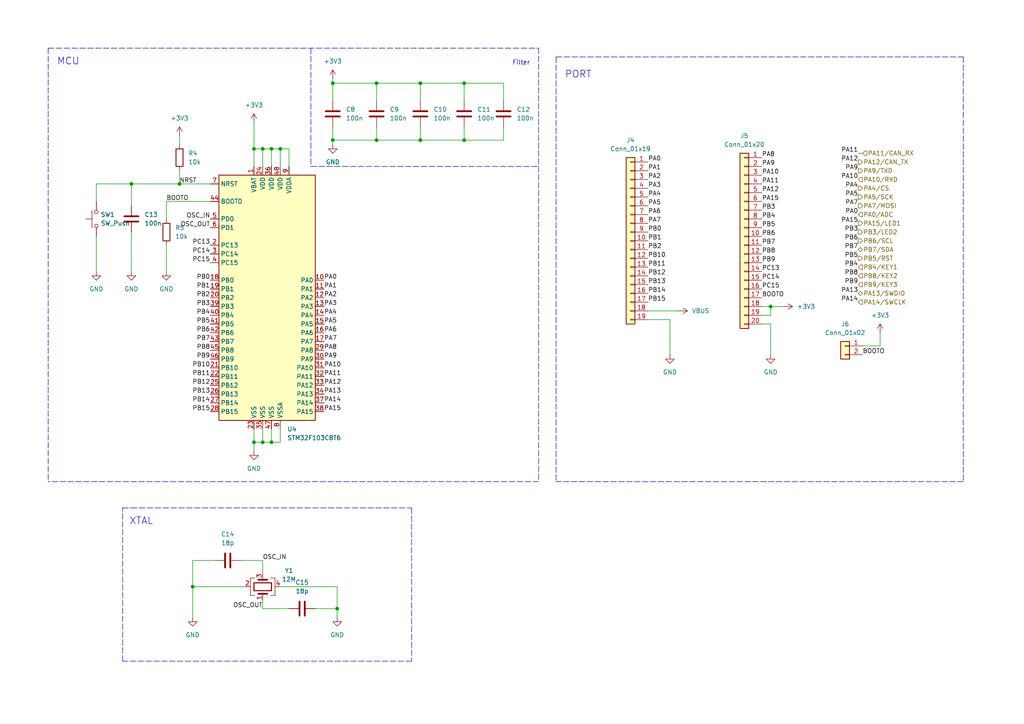
<source format=kicad_sch>
(kicad_sch (version 20211123) (generator eeschema)

  (uuid 01873668-f6e7-4007-94f9-3a5d38340f89)

  (paper "A4")

  (lib_symbols
    (symbol "Connector_Generic:Conn_01x02" (pin_names (offset 1.016) hide) (in_bom yes) (on_board yes)
      (property "Reference" "J" (id 0) (at 0 2.54 0)
        (effects (font (size 1.27 1.27)))
      )
      (property "Value" "Conn_01x02" (id 1) (at 0 -5.08 0)
        (effects (font (size 1.27 1.27)))
      )
      (property "Footprint" "" (id 2) (at 0 0 0)
        (effects (font (size 1.27 1.27)) hide)
      )
      (property "Datasheet" "~" (id 3) (at 0 0 0)
        (effects (font (size 1.27 1.27)) hide)
      )
      (property "ki_keywords" "connector" (id 4) (at 0 0 0)
        (effects (font (size 1.27 1.27)) hide)
      )
      (property "ki_description" "Generic connector, single row, 01x02, script generated (kicad-library-utils/schlib/autogen/connector/)" (id 5) (at 0 0 0)
        (effects (font (size 1.27 1.27)) hide)
      )
      (property "ki_fp_filters" "Connector*:*_1x??_*" (id 6) (at 0 0 0)
        (effects (font (size 1.27 1.27)) hide)
      )
      (symbol "Conn_01x02_1_1"
        (rectangle (start -1.27 -2.413) (end 0 -2.667)
          (stroke (width 0.1524) (type default) (color 0 0 0 0))
          (fill (type none))
        )
        (rectangle (start -1.27 0.127) (end 0 -0.127)
          (stroke (width 0.1524) (type default) (color 0 0 0 0))
          (fill (type none))
        )
        (rectangle (start -1.27 1.27) (end 1.27 -3.81)
          (stroke (width 0.254) (type default) (color 0 0 0 0))
          (fill (type background))
        )
        (pin passive line (at -5.08 0 0) (length 3.81)
          (name "Pin_1" (effects (font (size 1.27 1.27))))
          (number "1" (effects (font (size 1.27 1.27))))
        )
        (pin passive line (at -5.08 -2.54 0) (length 3.81)
          (name "Pin_2" (effects (font (size 1.27 1.27))))
          (number "2" (effects (font (size 1.27 1.27))))
        )
      )
    )
    (symbol "Connector_Generic:Conn_01x19" (pin_names (offset 1.016) hide) (in_bom yes) (on_board yes)
      (property "Reference" "J" (id 0) (at 0 25.4 0)
        (effects (font (size 1.27 1.27)))
      )
      (property "Value" "Conn_01x19" (id 1) (at 0 -25.4 0)
        (effects (font (size 1.27 1.27)))
      )
      (property "Footprint" "" (id 2) (at 0 0 0)
        (effects (font (size 1.27 1.27)) hide)
      )
      (property "Datasheet" "~" (id 3) (at 0 0 0)
        (effects (font (size 1.27 1.27)) hide)
      )
      (property "ki_keywords" "connector" (id 4) (at 0 0 0)
        (effects (font (size 1.27 1.27)) hide)
      )
      (property "ki_description" "Generic connector, single row, 01x19, script generated (kicad-library-utils/schlib/autogen/connector/)" (id 5) (at 0 0 0)
        (effects (font (size 1.27 1.27)) hide)
      )
      (property "ki_fp_filters" "Connector*:*_1x??_*" (id 6) (at 0 0 0)
        (effects (font (size 1.27 1.27)) hide)
      )
      (symbol "Conn_01x19_1_1"
        (rectangle (start -1.27 -22.733) (end 0 -22.987)
          (stroke (width 0.1524) (type default) (color 0 0 0 0))
          (fill (type none))
        )
        (rectangle (start -1.27 -20.193) (end 0 -20.447)
          (stroke (width 0.1524) (type default) (color 0 0 0 0))
          (fill (type none))
        )
        (rectangle (start -1.27 -17.653) (end 0 -17.907)
          (stroke (width 0.1524) (type default) (color 0 0 0 0))
          (fill (type none))
        )
        (rectangle (start -1.27 -15.113) (end 0 -15.367)
          (stroke (width 0.1524) (type default) (color 0 0 0 0))
          (fill (type none))
        )
        (rectangle (start -1.27 -12.573) (end 0 -12.827)
          (stroke (width 0.1524) (type default) (color 0 0 0 0))
          (fill (type none))
        )
        (rectangle (start -1.27 -10.033) (end 0 -10.287)
          (stroke (width 0.1524) (type default) (color 0 0 0 0))
          (fill (type none))
        )
        (rectangle (start -1.27 -7.493) (end 0 -7.747)
          (stroke (width 0.1524) (type default) (color 0 0 0 0))
          (fill (type none))
        )
        (rectangle (start -1.27 -4.953) (end 0 -5.207)
          (stroke (width 0.1524) (type default) (color 0 0 0 0))
          (fill (type none))
        )
        (rectangle (start -1.27 -2.413) (end 0 -2.667)
          (stroke (width 0.1524) (type default) (color 0 0 0 0))
          (fill (type none))
        )
        (rectangle (start -1.27 0.127) (end 0 -0.127)
          (stroke (width 0.1524) (type default) (color 0 0 0 0))
          (fill (type none))
        )
        (rectangle (start -1.27 2.667) (end 0 2.413)
          (stroke (width 0.1524) (type default) (color 0 0 0 0))
          (fill (type none))
        )
        (rectangle (start -1.27 5.207) (end 0 4.953)
          (stroke (width 0.1524) (type default) (color 0 0 0 0))
          (fill (type none))
        )
        (rectangle (start -1.27 7.747) (end 0 7.493)
          (stroke (width 0.1524) (type default) (color 0 0 0 0))
          (fill (type none))
        )
        (rectangle (start -1.27 10.287) (end 0 10.033)
          (stroke (width 0.1524) (type default) (color 0 0 0 0))
          (fill (type none))
        )
        (rectangle (start -1.27 12.827) (end 0 12.573)
          (stroke (width 0.1524) (type default) (color 0 0 0 0))
          (fill (type none))
        )
        (rectangle (start -1.27 15.367) (end 0 15.113)
          (stroke (width 0.1524) (type default) (color 0 0 0 0))
          (fill (type none))
        )
        (rectangle (start -1.27 17.907) (end 0 17.653)
          (stroke (width 0.1524) (type default) (color 0 0 0 0))
          (fill (type none))
        )
        (rectangle (start -1.27 20.447) (end 0 20.193)
          (stroke (width 0.1524) (type default) (color 0 0 0 0))
          (fill (type none))
        )
        (rectangle (start -1.27 22.987) (end 0 22.733)
          (stroke (width 0.1524) (type default) (color 0 0 0 0))
          (fill (type none))
        )
        (rectangle (start -1.27 24.13) (end 1.27 -24.13)
          (stroke (width 0.254) (type default) (color 0 0 0 0))
          (fill (type background))
        )
        (pin passive line (at -5.08 22.86 0) (length 3.81)
          (name "Pin_1" (effects (font (size 1.27 1.27))))
          (number "1" (effects (font (size 1.27 1.27))))
        )
        (pin passive line (at -5.08 0 0) (length 3.81)
          (name "Pin_10" (effects (font (size 1.27 1.27))))
          (number "10" (effects (font (size 1.27 1.27))))
        )
        (pin passive line (at -5.08 -2.54 0) (length 3.81)
          (name "Pin_11" (effects (font (size 1.27 1.27))))
          (number "11" (effects (font (size 1.27 1.27))))
        )
        (pin passive line (at -5.08 -5.08 0) (length 3.81)
          (name "Pin_12" (effects (font (size 1.27 1.27))))
          (number "12" (effects (font (size 1.27 1.27))))
        )
        (pin passive line (at -5.08 -7.62 0) (length 3.81)
          (name "Pin_13" (effects (font (size 1.27 1.27))))
          (number "13" (effects (font (size 1.27 1.27))))
        )
        (pin passive line (at -5.08 -10.16 0) (length 3.81)
          (name "Pin_14" (effects (font (size 1.27 1.27))))
          (number "14" (effects (font (size 1.27 1.27))))
        )
        (pin passive line (at -5.08 -12.7 0) (length 3.81)
          (name "Pin_15" (effects (font (size 1.27 1.27))))
          (number "15" (effects (font (size 1.27 1.27))))
        )
        (pin passive line (at -5.08 -15.24 0) (length 3.81)
          (name "Pin_16" (effects (font (size 1.27 1.27))))
          (number "16" (effects (font (size 1.27 1.27))))
        )
        (pin passive line (at -5.08 -17.78 0) (length 3.81)
          (name "Pin_17" (effects (font (size 1.27 1.27))))
          (number "17" (effects (font (size 1.27 1.27))))
        )
        (pin passive line (at -5.08 -20.32 0) (length 3.81)
          (name "Pin_18" (effects (font (size 1.27 1.27))))
          (number "18" (effects (font (size 1.27 1.27))))
        )
        (pin passive line (at -5.08 -22.86 0) (length 3.81)
          (name "Pin_19" (effects (font (size 1.27 1.27))))
          (number "19" (effects (font (size 1.27 1.27))))
        )
        (pin passive line (at -5.08 20.32 0) (length 3.81)
          (name "Pin_2" (effects (font (size 1.27 1.27))))
          (number "2" (effects (font (size 1.27 1.27))))
        )
        (pin passive line (at -5.08 17.78 0) (length 3.81)
          (name "Pin_3" (effects (font (size 1.27 1.27))))
          (number "3" (effects (font (size 1.27 1.27))))
        )
        (pin passive line (at -5.08 15.24 0) (length 3.81)
          (name "Pin_4" (effects (font (size 1.27 1.27))))
          (number "4" (effects (font (size 1.27 1.27))))
        )
        (pin passive line (at -5.08 12.7 0) (length 3.81)
          (name "Pin_5" (effects (font (size 1.27 1.27))))
          (number "5" (effects (font (size 1.27 1.27))))
        )
        (pin passive line (at -5.08 10.16 0) (length 3.81)
          (name "Pin_6" (effects (font (size 1.27 1.27))))
          (number "6" (effects (font (size 1.27 1.27))))
        )
        (pin passive line (at -5.08 7.62 0) (length 3.81)
          (name "Pin_7" (effects (font (size 1.27 1.27))))
          (number "7" (effects (font (size 1.27 1.27))))
        )
        (pin passive line (at -5.08 5.08 0) (length 3.81)
          (name "Pin_8" (effects (font (size 1.27 1.27))))
          (number "8" (effects (font (size 1.27 1.27))))
        )
        (pin passive line (at -5.08 2.54 0) (length 3.81)
          (name "Pin_9" (effects (font (size 1.27 1.27))))
          (number "9" (effects (font (size 1.27 1.27))))
        )
      )
    )
    (symbol "Connector_Generic:Conn_01x20" (pin_names (offset 1.016) hide) (in_bom yes) (on_board yes)
      (property "Reference" "J" (id 0) (at 0 25.4 0)
        (effects (font (size 1.27 1.27)))
      )
      (property "Value" "Conn_01x20" (id 1) (at 0 -27.94 0)
        (effects (font (size 1.27 1.27)))
      )
      (property "Footprint" "" (id 2) (at 0 0 0)
        (effects (font (size 1.27 1.27)) hide)
      )
      (property "Datasheet" "~" (id 3) (at 0 0 0)
        (effects (font (size 1.27 1.27)) hide)
      )
      (property "ki_keywords" "connector" (id 4) (at 0 0 0)
        (effects (font (size 1.27 1.27)) hide)
      )
      (property "ki_description" "Generic connector, single row, 01x20, script generated (kicad-library-utils/schlib/autogen/connector/)" (id 5) (at 0 0 0)
        (effects (font (size 1.27 1.27)) hide)
      )
      (property "ki_fp_filters" "Connector*:*_1x??_*" (id 6) (at 0 0 0)
        (effects (font (size 1.27 1.27)) hide)
      )
      (symbol "Conn_01x20_1_1"
        (rectangle (start -1.27 -25.273) (end 0 -25.527)
          (stroke (width 0.1524) (type default) (color 0 0 0 0))
          (fill (type none))
        )
        (rectangle (start -1.27 -22.733) (end 0 -22.987)
          (stroke (width 0.1524) (type default) (color 0 0 0 0))
          (fill (type none))
        )
        (rectangle (start -1.27 -20.193) (end 0 -20.447)
          (stroke (width 0.1524) (type default) (color 0 0 0 0))
          (fill (type none))
        )
        (rectangle (start -1.27 -17.653) (end 0 -17.907)
          (stroke (width 0.1524) (type default) (color 0 0 0 0))
          (fill (type none))
        )
        (rectangle (start -1.27 -15.113) (end 0 -15.367)
          (stroke (width 0.1524) (type default) (color 0 0 0 0))
          (fill (type none))
        )
        (rectangle (start -1.27 -12.573) (end 0 -12.827)
          (stroke (width 0.1524) (type default) (color 0 0 0 0))
          (fill (type none))
        )
        (rectangle (start -1.27 -10.033) (end 0 -10.287)
          (stroke (width 0.1524) (type default) (color 0 0 0 0))
          (fill (type none))
        )
        (rectangle (start -1.27 -7.493) (end 0 -7.747)
          (stroke (width 0.1524) (type default) (color 0 0 0 0))
          (fill (type none))
        )
        (rectangle (start -1.27 -4.953) (end 0 -5.207)
          (stroke (width 0.1524) (type default) (color 0 0 0 0))
          (fill (type none))
        )
        (rectangle (start -1.27 -2.413) (end 0 -2.667)
          (stroke (width 0.1524) (type default) (color 0 0 0 0))
          (fill (type none))
        )
        (rectangle (start -1.27 0.127) (end 0 -0.127)
          (stroke (width 0.1524) (type default) (color 0 0 0 0))
          (fill (type none))
        )
        (rectangle (start -1.27 2.667) (end 0 2.413)
          (stroke (width 0.1524) (type default) (color 0 0 0 0))
          (fill (type none))
        )
        (rectangle (start -1.27 5.207) (end 0 4.953)
          (stroke (width 0.1524) (type default) (color 0 0 0 0))
          (fill (type none))
        )
        (rectangle (start -1.27 7.747) (end 0 7.493)
          (stroke (width 0.1524) (type default) (color 0 0 0 0))
          (fill (type none))
        )
        (rectangle (start -1.27 10.287) (end 0 10.033)
          (stroke (width 0.1524) (type default) (color 0 0 0 0))
          (fill (type none))
        )
        (rectangle (start -1.27 12.827) (end 0 12.573)
          (stroke (width 0.1524) (type default) (color 0 0 0 0))
          (fill (type none))
        )
        (rectangle (start -1.27 15.367) (end 0 15.113)
          (stroke (width 0.1524) (type default) (color 0 0 0 0))
          (fill (type none))
        )
        (rectangle (start -1.27 17.907) (end 0 17.653)
          (stroke (width 0.1524) (type default) (color 0 0 0 0))
          (fill (type none))
        )
        (rectangle (start -1.27 20.447) (end 0 20.193)
          (stroke (width 0.1524) (type default) (color 0 0 0 0))
          (fill (type none))
        )
        (rectangle (start -1.27 22.987) (end 0 22.733)
          (stroke (width 0.1524) (type default) (color 0 0 0 0))
          (fill (type none))
        )
        (rectangle (start -1.27 24.13) (end 1.27 -26.67)
          (stroke (width 0.254) (type default) (color 0 0 0 0))
          (fill (type background))
        )
        (pin passive line (at -5.08 22.86 0) (length 3.81)
          (name "Pin_1" (effects (font (size 1.27 1.27))))
          (number "1" (effects (font (size 1.27 1.27))))
        )
        (pin passive line (at -5.08 0 0) (length 3.81)
          (name "Pin_10" (effects (font (size 1.27 1.27))))
          (number "10" (effects (font (size 1.27 1.27))))
        )
        (pin passive line (at -5.08 -2.54 0) (length 3.81)
          (name "Pin_11" (effects (font (size 1.27 1.27))))
          (number "11" (effects (font (size 1.27 1.27))))
        )
        (pin passive line (at -5.08 -5.08 0) (length 3.81)
          (name "Pin_12" (effects (font (size 1.27 1.27))))
          (number "12" (effects (font (size 1.27 1.27))))
        )
        (pin passive line (at -5.08 -7.62 0) (length 3.81)
          (name "Pin_13" (effects (font (size 1.27 1.27))))
          (number "13" (effects (font (size 1.27 1.27))))
        )
        (pin passive line (at -5.08 -10.16 0) (length 3.81)
          (name "Pin_14" (effects (font (size 1.27 1.27))))
          (number "14" (effects (font (size 1.27 1.27))))
        )
        (pin passive line (at -5.08 -12.7 0) (length 3.81)
          (name "Pin_15" (effects (font (size 1.27 1.27))))
          (number "15" (effects (font (size 1.27 1.27))))
        )
        (pin passive line (at -5.08 -15.24 0) (length 3.81)
          (name "Pin_16" (effects (font (size 1.27 1.27))))
          (number "16" (effects (font (size 1.27 1.27))))
        )
        (pin passive line (at -5.08 -17.78 0) (length 3.81)
          (name "Pin_17" (effects (font (size 1.27 1.27))))
          (number "17" (effects (font (size 1.27 1.27))))
        )
        (pin passive line (at -5.08 -20.32 0) (length 3.81)
          (name "Pin_18" (effects (font (size 1.27 1.27))))
          (number "18" (effects (font (size 1.27 1.27))))
        )
        (pin passive line (at -5.08 -22.86 0) (length 3.81)
          (name "Pin_19" (effects (font (size 1.27 1.27))))
          (number "19" (effects (font (size 1.27 1.27))))
        )
        (pin passive line (at -5.08 20.32 0) (length 3.81)
          (name "Pin_2" (effects (font (size 1.27 1.27))))
          (number "2" (effects (font (size 1.27 1.27))))
        )
        (pin passive line (at -5.08 -25.4 0) (length 3.81)
          (name "Pin_20" (effects (font (size 1.27 1.27))))
          (number "20" (effects (font (size 1.27 1.27))))
        )
        (pin passive line (at -5.08 17.78 0) (length 3.81)
          (name "Pin_3" (effects (font (size 1.27 1.27))))
          (number "3" (effects (font (size 1.27 1.27))))
        )
        (pin passive line (at -5.08 15.24 0) (length 3.81)
          (name "Pin_4" (effects (font (size 1.27 1.27))))
          (number "4" (effects (font (size 1.27 1.27))))
        )
        (pin passive line (at -5.08 12.7 0) (length 3.81)
          (name "Pin_5" (effects (font (size 1.27 1.27))))
          (number "5" (effects (font (size 1.27 1.27))))
        )
        (pin passive line (at -5.08 10.16 0) (length 3.81)
          (name "Pin_6" (effects (font (size 1.27 1.27))))
          (number "6" (effects (font (size 1.27 1.27))))
        )
        (pin passive line (at -5.08 7.62 0) (length 3.81)
          (name "Pin_7" (effects (font (size 1.27 1.27))))
          (number "7" (effects (font (size 1.27 1.27))))
        )
        (pin passive line (at -5.08 5.08 0) (length 3.81)
          (name "Pin_8" (effects (font (size 1.27 1.27))))
          (number "8" (effects (font (size 1.27 1.27))))
        )
        (pin passive line (at -5.08 2.54 0) (length 3.81)
          (name "Pin_9" (effects (font (size 1.27 1.27))))
          (number "9" (effects (font (size 1.27 1.27))))
        )
      )
    )
    (symbol "Device:C" (pin_numbers hide) (pin_names (offset 0.254)) (in_bom yes) (on_board yes)
      (property "Reference" "C" (id 0) (at 0.635 2.54 0)
        (effects (font (size 1.27 1.27)) (justify left))
      )
      (property "Value" "C" (id 1) (at 0.635 -2.54 0)
        (effects (font (size 1.27 1.27)) (justify left))
      )
      (property "Footprint" "" (id 2) (at 0.9652 -3.81 0)
        (effects (font (size 1.27 1.27)) hide)
      )
      (property "Datasheet" "~" (id 3) (at 0 0 0)
        (effects (font (size 1.27 1.27)) hide)
      )
      (property "ki_keywords" "cap capacitor" (id 4) (at 0 0 0)
        (effects (font (size 1.27 1.27)) hide)
      )
      (property "ki_description" "Unpolarized capacitor" (id 5) (at 0 0 0)
        (effects (font (size 1.27 1.27)) hide)
      )
      (property "ki_fp_filters" "C_*" (id 6) (at 0 0 0)
        (effects (font (size 1.27 1.27)) hide)
      )
      (symbol "C_0_1"
        (polyline
          (pts
            (xy -2.032 -0.762)
            (xy 2.032 -0.762)
          )
          (stroke (width 0.508) (type default) (color 0 0 0 0))
          (fill (type none))
        )
        (polyline
          (pts
            (xy -2.032 0.762)
            (xy 2.032 0.762)
          )
          (stroke (width 0.508) (type default) (color 0 0 0 0))
          (fill (type none))
        )
      )
      (symbol "C_1_1"
        (pin passive line (at 0 3.81 270) (length 2.794)
          (name "~" (effects (font (size 1.27 1.27))))
          (number "1" (effects (font (size 1.27 1.27))))
        )
        (pin passive line (at 0 -3.81 90) (length 2.794)
          (name "~" (effects (font (size 1.27 1.27))))
          (number "2" (effects (font (size 1.27 1.27))))
        )
      )
    )
    (symbol "Device:Crystal_GND24" (pin_names (offset 1.016) hide) (in_bom yes) (on_board yes)
      (property "Reference" "Y" (id 0) (at 3.175 5.08 0)
        (effects (font (size 1.27 1.27)) (justify left))
      )
      (property "Value" "Crystal_GND24" (id 1) (at 3.175 3.175 0)
        (effects (font (size 1.27 1.27)) (justify left))
      )
      (property "Footprint" "" (id 2) (at 0 0 0)
        (effects (font (size 1.27 1.27)) hide)
      )
      (property "Datasheet" "~" (id 3) (at 0 0 0)
        (effects (font (size 1.27 1.27)) hide)
      )
      (property "ki_keywords" "quartz ceramic resonator oscillator" (id 4) (at 0 0 0)
        (effects (font (size 1.27 1.27)) hide)
      )
      (property "ki_description" "Four pin crystal, GND on pins 2 and 4" (id 5) (at 0 0 0)
        (effects (font (size 1.27 1.27)) hide)
      )
      (property "ki_fp_filters" "Crystal*" (id 6) (at 0 0 0)
        (effects (font (size 1.27 1.27)) hide)
      )
      (symbol "Crystal_GND24_0_1"
        (rectangle (start -1.143 2.54) (end 1.143 -2.54)
          (stroke (width 0.3048) (type default) (color 0 0 0 0))
          (fill (type none))
        )
        (polyline
          (pts
            (xy -2.54 0)
            (xy -2.032 0)
          )
          (stroke (width 0) (type default) (color 0 0 0 0))
          (fill (type none))
        )
        (polyline
          (pts
            (xy -2.032 -1.27)
            (xy -2.032 1.27)
          )
          (stroke (width 0.508) (type default) (color 0 0 0 0))
          (fill (type none))
        )
        (polyline
          (pts
            (xy 0 -3.81)
            (xy 0 -3.556)
          )
          (stroke (width 0) (type default) (color 0 0 0 0))
          (fill (type none))
        )
        (polyline
          (pts
            (xy 0 3.556)
            (xy 0 3.81)
          )
          (stroke (width 0) (type default) (color 0 0 0 0))
          (fill (type none))
        )
        (polyline
          (pts
            (xy 2.032 -1.27)
            (xy 2.032 1.27)
          )
          (stroke (width 0.508) (type default) (color 0 0 0 0))
          (fill (type none))
        )
        (polyline
          (pts
            (xy 2.032 0)
            (xy 2.54 0)
          )
          (stroke (width 0) (type default) (color 0 0 0 0))
          (fill (type none))
        )
        (polyline
          (pts
            (xy -2.54 -2.286)
            (xy -2.54 -3.556)
            (xy 2.54 -3.556)
            (xy 2.54 -2.286)
          )
          (stroke (width 0) (type default) (color 0 0 0 0))
          (fill (type none))
        )
        (polyline
          (pts
            (xy -2.54 2.286)
            (xy -2.54 3.556)
            (xy 2.54 3.556)
            (xy 2.54 2.286)
          )
          (stroke (width 0) (type default) (color 0 0 0 0))
          (fill (type none))
        )
      )
      (symbol "Crystal_GND24_1_1"
        (pin passive line (at -3.81 0 0) (length 1.27)
          (name "1" (effects (font (size 1.27 1.27))))
          (number "1" (effects (font (size 1.27 1.27))))
        )
        (pin passive line (at 0 5.08 270) (length 1.27)
          (name "2" (effects (font (size 1.27 1.27))))
          (number "2" (effects (font (size 1.27 1.27))))
        )
        (pin passive line (at 3.81 0 180) (length 1.27)
          (name "3" (effects (font (size 1.27 1.27))))
          (number "3" (effects (font (size 1.27 1.27))))
        )
        (pin passive line (at 0 -5.08 90) (length 1.27)
          (name "4" (effects (font (size 1.27 1.27))))
          (number "4" (effects (font (size 1.27 1.27))))
        )
      )
    )
    (symbol "Device:R" (pin_numbers hide) (pin_names (offset 0)) (in_bom yes) (on_board yes)
      (property "Reference" "R" (id 0) (at 2.032 0 90)
        (effects (font (size 1.27 1.27)))
      )
      (property "Value" "R" (id 1) (at 0 0 90)
        (effects (font (size 1.27 1.27)))
      )
      (property "Footprint" "" (id 2) (at -1.778 0 90)
        (effects (font (size 1.27 1.27)) hide)
      )
      (property "Datasheet" "~" (id 3) (at 0 0 0)
        (effects (font (size 1.27 1.27)) hide)
      )
      (property "ki_keywords" "R res resistor" (id 4) (at 0 0 0)
        (effects (font (size 1.27 1.27)) hide)
      )
      (property "ki_description" "Resistor" (id 5) (at 0 0 0)
        (effects (font (size 1.27 1.27)) hide)
      )
      (property "ki_fp_filters" "R_*" (id 6) (at 0 0 0)
        (effects (font (size 1.27 1.27)) hide)
      )
      (symbol "R_0_1"
        (rectangle (start -1.016 -2.54) (end 1.016 2.54)
          (stroke (width 0.254) (type default) (color 0 0 0 0))
          (fill (type none))
        )
      )
      (symbol "R_1_1"
        (pin passive line (at 0 3.81 270) (length 1.27)
          (name "~" (effects (font (size 1.27 1.27))))
          (number "1" (effects (font (size 1.27 1.27))))
        )
        (pin passive line (at 0 -3.81 90) (length 1.27)
          (name "~" (effects (font (size 1.27 1.27))))
          (number "2" (effects (font (size 1.27 1.27))))
        )
      )
    )
    (symbol "MCU_ST_STM32F1:STM32F103C8Tx" (in_bom yes) (on_board yes)
      (property "Reference" "U" (id 0) (at -15.24 36.83 0)
        (effects (font (size 1.27 1.27)) (justify left))
      )
      (property "Value" "STM32F103C8Tx" (id 1) (at 7.62 36.83 0)
        (effects (font (size 1.27 1.27)) (justify left))
      )
      (property "Footprint" "Package_QFP:LQFP-48_7x7mm_P0.5mm" (id 2) (at -15.24 -35.56 0)
        (effects (font (size 1.27 1.27)) (justify right) hide)
      )
      (property "Datasheet" "http://www.st.com/st-web-ui/static/active/en/resource/technical/document/datasheet/CD00161566.pdf" (id 3) (at 0 0 0)
        (effects (font (size 1.27 1.27)) hide)
      )
      (property "ki_keywords" "ARM Cortex-M3 STM32F1 STM32F103" (id 4) (at 0 0 0)
        (effects (font (size 1.27 1.27)) hide)
      )
      (property "ki_description" "ARM Cortex-M3 MCU, 64KB flash, 20KB RAM, 72MHz, 2-3.6V, 37 GPIO, LQFP-48" (id 5) (at 0 0 0)
        (effects (font (size 1.27 1.27)) hide)
      )
      (property "ki_fp_filters" "LQFP*7x7mm*P0.5mm*" (id 6) (at 0 0 0)
        (effects (font (size 1.27 1.27)) hide)
      )
      (symbol "STM32F103C8Tx_0_1"
        (rectangle (start -15.24 -35.56) (end 12.7 35.56)
          (stroke (width 0.254) (type default) (color 0 0 0 0))
          (fill (type background))
        )
      )
      (symbol "STM32F103C8Tx_1_1"
        (pin power_in line (at -5.08 38.1 270) (length 2.54)
          (name "VBAT" (effects (font (size 1.27 1.27))))
          (number "1" (effects (font (size 1.27 1.27))))
        )
        (pin bidirectional line (at 15.24 5.08 180) (length 2.54)
          (name "PA0" (effects (font (size 1.27 1.27))))
          (number "10" (effects (font (size 1.27 1.27))))
        )
        (pin bidirectional line (at 15.24 2.54 180) (length 2.54)
          (name "PA1" (effects (font (size 1.27 1.27))))
          (number "11" (effects (font (size 1.27 1.27))))
        )
        (pin bidirectional line (at 15.24 0 180) (length 2.54)
          (name "PA2" (effects (font (size 1.27 1.27))))
          (number "12" (effects (font (size 1.27 1.27))))
        )
        (pin bidirectional line (at 15.24 -2.54 180) (length 2.54)
          (name "PA3" (effects (font (size 1.27 1.27))))
          (number "13" (effects (font (size 1.27 1.27))))
        )
        (pin bidirectional line (at 15.24 -5.08 180) (length 2.54)
          (name "PA4" (effects (font (size 1.27 1.27))))
          (number "14" (effects (font (size 1.27 1.27))))
        )
        (pin bidirectional line (at 15.24 -7.62 180) (length 2.54)
          (name "PA5" (effects (font (size 1.27 1.27))))
          (number "15" (effects (font (size 1.27 1.27))))
        )
        (pin bidirectional line (at 15.24 -10.16 180) (length 2.54)
          (name "PA6" (effects (font (size 1.27 1.27))))
          (number "16" (effects (font (size 1.27 1.27))))
        )
        (pin bidirectional line (at 15.24 -12.7 180) (length 2.54)
          (name "PA7" (effects (font (size 1.27 1.27))))
          (number "17" (effects (font (size 1.27 1.27))))
        )
        (pin bidirectional line (at -17.78 5.08 0) (length 2.54)
          (name "PB0" (effects (font (size 1.27 1.27))))
          (number "18" (effects (font (size 1.27 1.27))))
        )
        (pin bidirectional line (at -17.78 2.54 0) (length 2.54)
          (name "PB1" (effects (font (size 1.27 1.27))))
          (number "19" (effects (font (size 1.27 1.27))))
        )
        (pin bidirectional line (at -17.78 15.24 0) (length 2.54)
          (name "PC13" (effects (font (size 1.27 1.27))))
          (number "2" (effects (font (size 1.27 1.27))))
        )
        (pin bidirectional line (at -17.78 0 0) (length 2.54)
          (name "PB2" (effects (font (size 1.27 1.27))))
          (number "20" (effects (font (size 1.27 1.27))))
        )
        (pin bidirectional line (at -17.78 -20.32 0) (length 2.54)
          (name "PB10" (effects (font (size 1.27 1.27))))
          (number "21" (effects (font (size 1.27 1.27))))
        )
        (pin bidirectional line (at -17.78 -22.86 0) (length 2.54)
          (name "PB11" (effects (font (size 1.27 1.27))))
          (number "22" (effects (font (size 1.27 1.27))))
        )
        (pin power_in line (at -5.08 -38.1 90) (length 2.54)
          (name "VSS" (effects (font (size 1.27 1.27))))
          (number "23" (effects (font (size 1.27 1.27))))
        )
        (pin power_in line (at -2.54 38.1 270) (length 2.54)
          (name "VDD" (effects (font (size 1.27 1.27))))
          (number "24" (effects (font (size 1.27 1.27))))
        )
        (pin bidirectional line (at -17.78 -25.4 0) (length 2.54)
          (name "PB12" (effects (font (size 1.27 1.27))))
          (number "25" (effects (font (size 1.27 1.27))))
        )
        (pin bidirectional line (at -17.78 -27.94 0) (length 2.54)
          (name "PB13" (effects (font (size 1.27 1.27))))
          (number "26" (effects (font (size 1.27 1.27))))
        )
        (pin bidirectional line (at -17.78 -30.48 0) (length 2.54)
          (name "PB14" (effects (font (size 1.27 1.27))))
          (number "27" (effects (font (size 1.27 1.27))))
        )
        (pin bidirectional line (at -17.78 -33.02 0) (length 2.54)
          (name "PB15" (effects (font (size 1.27 1.27))))
          (number "28" (effects (font (size 1.27 1.27))))
        )
        (pin bidirectional line (at 15.24 -15.24 180) (length 2.54)
          (name "PA8" (effects (font (size 1.27 1.27))))
          (number "29" (effects (font (size 1.27 1.27))))
        )
        (pin bidirectional line (at -17.78 12.7 0) (length 2.54)
          (name "PC14" (effects (font (size 1.27 1.27))))
          (number "3" (effects (font (size 1.27 1.27))))
        )
        (pin bidirectional line (at 15.24 -17.78 180) (length 2.54)
          (name "PA9" (effects (font (size 1.27 1.27))))
          (number "30" (effects (font (size 1.27 1.27))))
        )
        (pin bidirectional line (at 15.24 -20.32 180) (length 2.54)
          (name "PA10" (effects (font (size 1.27 1.27))))
          (number "31" (effects (font (size 1.27 1.27))))
        )
        (pin bidirectional line (at 15.24 -22.86 180) (length 2.54)
          (name "PA11" (effects (font (size 1.27 1.27))))
          (number "32" (effects (font (size 1.27 1.27))))
        )
        (pin bidirectional line (at 15.24 -25.4 180) (length 2.54)
          (name "PA12" (effects (font (size 1.27 1.27))))
          (number "33" (effects (font (size 1.27 1.27))))
        )
        (pin bidirectional line (at 15.24 -27.94 180) (length 2.54)
          (name "PA13" (effects (font (size 1.27 1.27))))
          (number "34" (effects (font (size 1.27 1.27))))
        )
        (pin power_in line (at -2.54 -38.1 90) (length 2.54)
          (name "VSS" (effects (font (size 1.27 1.27))))
          (number "35" (effects (font (size 1.27 1.27))))
        )
        (pin power_in line (at 0 38.1 270) (length 2.54)
          (name "VDD" (effects (font (size 1.27 1.27))))
          (number "36" (effects (font (size 1.27 1.27))))
        )
        (pin bidirectional line (at 15.24 -30.48 180) (length 2.54)
          (name "PA14" (effects (font (size 1.27 1.27))))
          (number "37" (effects (font (size 1.27 1.27))))
        )
        (pin bidirectional line (at 15.24 -33.02 180) (length 2.54)
          (name "PA15" (effects (font (size 1.27 1.27))))
          (number "38" (effects (font (size 1.27 1.27))))
        )
        (pin bidirectional line (at -17.78 -2.54 0) (length 2.54)
          (name "PB3" (effects (font (size 1.27 1.27))))
          (number "39" (effects (font (size 1.27 1.27))))
        )
        (pin bidirectional line (at -17.78 10.16 0) (length 2.54)
          (name "PC15" (effects (font (size 1.27 1.27))))
          (number "4" (effects (font (size 1.27 1.27))))
        )
        (pin bidirectional line (at -17.78 -5.08 0) (length 2.54)
          (name "PB4" (effects (font (size 1.27 1.27))))
          (number "40" (effects (font (size 1.27 1.27))))
        )
        (pin bidirectional line (at -17.78 -7.62 0) (length 2.54)
          (name "PB5" (effects (font (size 1.27 1.27))))
          (number "41" (effects (font (size 1.27 1.27))))
        )
        (pin bidirectional line (at -17.78 -10.16 0) (length 2.54)
          (name "PB6" (effects (font (size 1.27 1.27))))
          (number "42" (effects (font (size 1.27 1.27))))
        )
        (pin bidirectional line (at -17.78 -12.7 0) (length 2.54)
          (name "PB7" (effects (font (size 1.27 1.27))))
          (number "43" (effects (font (size 1.27 1.27))))
        )
        (pin input line (at -17.78 27.94 0) (length 2.54)
          (name "BOOT0" (effects (font (size 1.27 1.27))))
          (number "44" (effects (font (size 1.27 1.27))))
        )
        (pin bidirectional line (at -17.78 -15.24 0) (length 2.54)
          (name "PB8" (effects (font (size 1.27 1.27))))
          (number "45" (effects (font (size 1.27 1.27))))
        )
        (pin bidirectional line (at -17.78 -17.78 0) (length 2.54)
          (name "PB9" (effects (font (size 1.27 1.27))))
          (number "46" (effects (font (size 1.27 1.27))))
        )
        (pin power_in line (at 0 -38.1 90) (length 2.54)
          (name "VSS" (effects (font (size 1.27 1.27))))
          (number "47" (effects (font (size 1.27 1.27))))
        )
        (pin power_in line (at 2.54 38.1 270) (length 2.54)
          (name "VDD" (effects (font (size 1.27 1.27))))
          (number "48" (effects (font (size 1.27 1.27))))
        )
        (pin input line (at -17.78 22.86 0) (length 2.54)
          (name "PD0" (effects (font (size 1.27 1.27))))
          (number "5" (effects (font (size 1.27 1.27))))
        )
        (pin input line (at -17.78 20.32 0) (length 2.54)
          (name "PD1" (effects (font (size 1.27 1.27))))
          (number "6" (effects (font (size 1.27 1.27))))
        )
        (pin input line (at -17.78 33.02 0) (length 2.54)
          (name "NRST" (effects (font (size 1.27 1.27))))
          (number "7" (effects (font (size 1.27 1.27))))
        )
        (pin power_in line (at 2.54 -38.1 90) (length 2.54)
          (name "VSSA" (effects (font (size 1.27 1.27))))
          (number "8" (effects (font (size 1.27 1.27))))
        )
        (pin power_in line (at 5.08 38.1 270) (length 2.54)
          (name "VDDA" (effects (font (size 1.27 1.27))))
          (number "9" (effects (font (size 1.27 1.27))))
        )
      )
    )
    (symbol "Switch:SW_Push" (pin_numbers hide) (pin_names (offset 1.016) hide) (in_bom yes) (on_board yes)
      (property "Reference" "SW" (id 0) (at 1.27 2.54 0)
        (effects (font (size 1.27 1.27)) (justify left))
      )
      (property "Value" "SW_Push" (id 1) (at 0 -1.524 0)
        (effects (font (size 1.27 1.27)))
      )
      (property "Footprint" "" (id 2) (at 0 5.08 0)
        (effects (font (size 1.27 1.27)) hide)
      )
      (property "Datasheet" "~" (id 3) (at 0 5.08 0)
        (effects (font (size 1.27 1.27)) hide)
      )
      (property "ki_keywords" "switch normally-open pushbutton push-button" (id 4) (at 0 0 0)
        (effects (font (size 1.27 1.27)) hide)
      )
      (property "ki_description" "Push button switch, generic, two pins" (id 5) (at 0 0 0)
        (effects (font (size 1.27 1.27)) hide)
      )
      (symbol "SW_Push_0_1"
        (circle (center -2.032 0) (radius 0.508)
          (stroke (width 0) (type default) (color 0 0 0 0))
          (fill (type none))
        )
        (polyline
          (pts
            (xy 0 1.27)
            (xy 0 3.048)
          )
          (stroke (width 0) (type default) (color 0 0 0 0))
          (fill (type none))
        )
        (polyline
          (pts
            (xy 2.54 1.27)
            (xy -2.54 1.27)
          )
          (stroke (width 0) (type default) (color 0 0 0 0))
          (fill (type none))
        )
        (circle (center 2.032 0) (radius 0.508)
          (stroke (width 0) (type default) (color 0 0 0 0))
          (fill (type none))
        )
        (pin passive line (at -5.08 0 0) (length 2.54)
          (name "1" (effects (font (size 1.27 1.27))))
          (number "1" (effects (font (size 1.27 1.27))))
        )
        (pin passive line (at 5.08 0 180) (length 2.54)
          (name "2" (effects (font (size 1.27 1.27))))
          (number "2" (effects (font (size 1.27 1.27))))
        )
      )
    )
    (symbol "power:+3V3" (power) (pin_names (offset 0)) (in_bom yes) (on_board yes)
      (property "Reference" "#PWR" (id 0) (at 0 -3.81 0)
        (effects (font (size 1.27 1.27)) hide)
      )
      (property "Value" "+3V3" (id 1) (at 0 3.556 0)
        (effects (font (size 1.27 1.27)))
      )
      (property "Footprint" "" (id 2) (at 0 0 0)
        (effects (font (size 1.27 1.27)) hide)
      )
      (property "Datasheet" "" (id 3) (at 0 0 0)
        (effects (font (size 1.27 1.27)) hide)
      )
      (property "ki_keywords" "power-flag" (id 4) (at 0 0 0)
        (effects (font (size 1.27 1.27)) hide)
      )
      (property "ki_description" "Power symbol creates a global label with name \"+3V3\"" (id 5) (at 0 0 0)
        (effects (font (size 1.27 1.27)) hide)
      )
      (symbol "+3V3_0_1"
        (polyline
          (pts
            (xy -0.762 1.27)
            (xy 0 2.54)
          )
          (stroke (width 0) (type default) (color 0 0 0 0))
          (fill (type none))
        )
        (polyline
          (pts
            (xy 0 0)
            (xy 0 2.54)
          )
          (stroke (width 0) (type default) (color 0 0 0 0))
          (fill (type none))
        )
        (polyline
          (pts
            (xy 0 2.54)
            (xy 0.762 1.27)
          )
          (stroke (width 0) (type default) (color 0 0 0 0))
          (fill (type none))
        )
      )
      (symbol "+3V3_1_1"
        (pin power_in line (at 0 0 90) (length 0) hide
          (name "+3V3" (effects (font (size 1.27 1.27))))
          (number "1" (effects (font (size 1.27 1.27))))
        )
      )
    )
    (symbol "power:GND" (power) (pin_names (offset 0)) (in_bom yes) (on_board yes)
      (property "Reference" "#PWR" (id 0) (at 0 -6.35 0)
        (effects (font (size 1.27 1.27)) hide)
      )
      (property "Value" "GND" (id 1) (at 0 -3.81 0)
        (effects (font (size 1.27 1.27)))
      )
      (property "Footprint" "" (id 2) (at 0 0 0)
        (effects (font (size 1.27 1.27)) hide)
      )
      (property "Datasheet" "" (id 3) (at 0 0 0)
        (effects (font (size 1.27 1.27)) hide)
      )
      (property "ki_keywords" "power-flag" (id 4) (at 0 0 0)
        (effects (font (size 1.27 1.27)) hide)
      )
      (property "ki_description" "Power symbol creates a global label with name \"GND\" , ground" (id 5) (at 0 0 0)
        (effects (font (size 1.27 1.27)) hide)
      )
      (symbol "GND_0_1"
        (polyline
          (pts
            (xy 0 0)
            (xy 0 -1.27)
            (xy 1.27 -1.27)
            (xy 0 -2.54)
            (xy -1.27 -1.27)
            (xy 0 -1.27)
          )
          (stroke (width 0) (type default) (color 0 0 0 0))
          (fill (type none))
        )
      )
      (symbol "GND_1_1"
        (pin power_in line (at 0 0 270) (length 0) hide
          (name "GND" (effects (font (size 1.27 1.27))))
          (number "1" (effects (font (size 1.27 1.27))))
        )
      )
    )
    (symbol "power:VBUS" (power) (pin_names (offset 0)) (in_bom yes) (on_board yes)
      (property "Reference" "#PWR" (id 0) (at 0 -3.81 0)
        (effects (font (size 1.27 1.27)) hide)
      )
      (property "Value" "VBUS" (id 1) (at 0 3.81 0)
        (effects (font (size 1.27 1.27)))
      )
      (property "Footprint" "" (id 2) (at 0 0 0)
        (effects (font (size 1.27 1.27)) hide)
      )
      (property "Datasheet" "" (id 3) (at 0 0 0)
        (effects (font (size 1.27 1.27)) hide)
      )
      (property "ki_keywords" "power-flag" (id 4) (at 0 0 0)
        (effects (font (size 1.27 1.27)) hide)
      )
      (property "ki_description" "Power symbol creates a global label with name \"VBUS\"" (id 5) (at 0 0 0)
        (effects (font (size 1.27 1.27)) hide)
      )
      (symbol "VBUS_0_1"
        (polyline
          (pts
            (xy -0.762 1.27)
            (xy 0 2.54)
          )
          (stroke (width 0) (type default) (color 0 0 0 0))
          (fill (type none))
        )
        (polyline
          (pts
            (xy 0 0)
            (xy 0 2.54)
          )
          (stroke (width 0) (type default) (color 0 0 0 0))
          (fill (type none))
        )
        (polyline
          (pts
            (xy 0 2.54)
            (xy 0.762 1.27)
          )
          (stroke (width 0) (type default) (color 0 0 0 0))
          (fill (type none))
        )
      )
      (symbol "VBUS_1_1"
        (pin power_in line (at 0 0 90) (length 0) hide
          (name "VBUS" (effects (font (size 1.27 1.27))))
          (number "1" (effects (font (size 1.27 1.27))))
        )
      )
    )
  )


  (junction (at 109.22 40.64) (diameter 0) (color 0 0 0 0)
    (uuid 0590fc0a-a539-4f58-b0e1-b9e548788654)
  )
  (junction (at 134.62 24.13) (diameter 0) (color 0 0 0 0)
    (uuid 06380a53-7ce2-476e-b087-4899719c2c42)
  )
  (junction (at 78.74 128.27) (diameter 0) (color 0 0 0 0)
    (uuid 1f8546fd-221e-47b0-84b6-f92379a120ac)
  )
  (junction (at 121.92 24.13) (diameter 0) (color 0 0 0 0)
    (uuid 360b79d8-03a2-45ff-9546-70ad3c2acd12)
  )
  (junction (at 76.2 43.18) (diameter 0) (color 0 0 0 0)
    (uuid 484c6460-ea4c-4df3-9dec-24496eb43f12)
  )
  (junction (at 38.1 53.34) (diameter 0) (color 0 0 0 0)
    (uuid 4c3d07a1-1b4a-4df8-aaed-086001cee99f)
  )
  (junction (at 55.88 170.18) (diameter 0) (color 0 0 0 0)
    (uuid 525004f7-5c7e-435f-97fc-e3fb2410fd1a)
  )
  (junction (at 78.74 43.18) (diameter 0) (color 0 0 0 0)
    (uuid 5544a03c-b76a-4b9d-a92f-2db11cc749bb)
  )
  (junction (at 223.52 88.9) (diameter 0) (color 0 0 0 0)
    (uuid 584367d2-14d3-4b89-8046-f272d8f21292)
  )
  (junction (at 73.66 128.27) (diameter 0) (color 0 0 0 0)
    (uuid 5adbd57a-ebbb-4da7-94c6-f1e42ed47bbb)
  )
  (junction (at 97.79 176.53) (diameter 0) (color 0 0 0 0)
    (uuid 64df21f6-34ed-4895-9816-d86ee0531e04)
  )
  (junction (at 121.92 40.64) (diameter 0) (color 0 0 0 0)
    (uuid 7343518c-d317-45a2-ad80-d28f3dc97b5d)
  )
  (junction (at 96.52 40.64) (diameter 0) (color 0 0 0 0)
    (uuid 7ff21a8e-12f2-44d1-8a5a-b1d2e88bcf5c)
  )
  (junction (at 76.2 128.27) (diameter 0) (color 0 0 0 0)
    (uuid 82f8b712-05c9-415f-9158-b08d149fef26)
  )
  (junction (at 134.62 40.64) (diameter 0) (color 0 0 0 0)
    (uuid 868c0b34-6c67-4ccf-b417-8daeb49b1d13)
  )
  (junction (at 52.07 53.34) (diameter 0) (color 0 0 0 0)
    (uuid 89a44831-6900-4427-982a-5009dac38862)
  )
  (junction (at 96.52 24.13) (diameter 0) (color 0 0 0 0)
    (uuid 95570075-1d20-4d61-ac06-ec72a28a0c5b)
  )
  (junction (at 109.22 24.13) (diameter 0) (color 0 0 0 0)
    (uuid a2e79028-a58b-4460-b6b0-c3dec2758e4e)
  )
  (junction (at 81.28 43.18) (diameter 0) (color 0 0 0 0)
    (uuid ab4e378e-4c0b-49b0-b723-ba1ceafdcb10)
  )
  (junction (at 73.66 43.18) (diameter 0) (color 0 0 0 0)
    (uuid c70ed19e-441a-4d87-911e-fed4f7d802c7)
  )

  (wire (pts (xy 52.07 39.37) (xy 52.07 41.91))
    (stroke (width 0) (type default) (color 0 0 0 0))
    (uuid 025cd990-d2e4-4832-92e5-71479088ce00)
  )
  (wire (pts (xy 27.94 53.34) (xy 38.1 53.34))
    (stroke (width 0) (type default) (color 0 0 0 0))
    (uuid 07f79998-4f33-40c2-a5c6-66f53b97f14c)
  )
  (wire (pts (xy 121.92 36.83) (xy 121.92 40.64))
    (stroke (width 0) (type default) (color 0 0 0 0))
    (uuid 07fdfe5e-e042-4f2f-a530-9cda0e66fe9e)
  )
  (wire (pts (xy 76.2 176.53) (xy 83.82 176.53))
    (stroke (width 0) (type default) (color 0 0 0 0))
    (uuid 097b0b36-1b2b-4899-97f4-d8136bfaee36)
  )
  (wire (pts (xy 76.2 128.27) (xy 78.74 128.27))
    (stroke (width 0) (type default) (color 0 0 0 0))
    (uuid 0e05571c-ccfe-4208-825e-6ab0b703605f)
  )
  (wire (pts (xy 78.74 128.27) (xy 81.28 128.27))
    (stroke (width 0) (type default) (color 0 0 0 0))
    (uuid 11abac96-6091-4bca-8385-749bd98c2cee)
  )
  (wire (pts (xy 194.31 92.71) (xy 194.31 102.87))
    (stroke (width 0) (type default) (color 0 0 0 0))
    (uuid 1c2f5c97-e1f5-4aa3-a43e-e1b2e0981217)
  )
  (wire (pts (xy 248.92 44.45) (xy 250.19 44.45))
    (stroke (width 0) (type default) (color 0 0 0 0))
    (uuid 1d2df875-ff7e-40b7-9850-775b7cd814d6)
  )
  (wire (pts (xy 78.74 43.18) (xy 78.74 48.26))
    (stroke (width 0) (type default) (color 0 0 0 0))
    (uuid 21aeca81-471f-4e1a-8e48-cb4509150121)
  )
  (wire (pts (xy 134.62 40.64) (xy 146.05 40.64))
    (stroke (width 0) (type default) (color 0 0 0 0))
    (uuid 2607d3f5-fbc3-4649-af77-72b2f82abbef)
  )
  (wire (pts (xy 81.28 128.27) (xy 81.28 124.46))
    (stroke (width 0) (type default) (color 0 0 0 0))
    (uuid 29261c0e-0db4-4598-8baf-0068562b6131)
  )
  (wire (pts (xy 146.05 40.64) (xy 146.05 36.83))
    (stroke (width 0) (type default) (color 0 0 0 0))
    (uuid 2a052688-5898-494e-8c3f-6740c4616c09)
  )
  (wire (pts (xy 27.94 58.42) (xy 27.94 53.34))
    (stroke (width 0) (type default) (color 0 0 0 0))
    (uuid 2a1f7906-67d0-4357-bae7-06c9262bac76)
  )
  (polyline (pts (xy 156.21 13.97) (xy 156.21 139.7))
    (stroke (width 0) (type default) (color 0 0 0 0))
    (uuid 2b2e575f-e3dd-4749-8bb1-173e86266709)
  )

  (wire (pts (xy 38.1 53.34) (xy 38.1 59.69))
    (stroke (width 0) (type default) (color 0 0 0 0))
    (uuid 2bf8547c-be73-48e8-8088-7a5b6ace4cdc)
  )
  (wire (pts (xy 97.79 176.53) (xy 97.79 179.07))
    (stroke (width 0) (type default) (color 0 0 0 0))
    (uuid 2c5f4d75-1dc3-431b-a47e-03bdd8c05d72)
  )
  (wire (pts (xy 76.2 162.56) (xy 76.2 166.37))
    (stroke (width 0) (type default) (color 0 0 0 0))
    (uuid 2fda30ac-c49a-4782-8f28-d13d7602e62f)
  )
  (wire (pts (xy 96.52 24.13) (xy 109.22 24.13))
    (stroke (width 0) (type default) (color 0 0 0 0))
    (uuid 31e089e7-ad2e-43e9-8153-731c618525ac)
  )
  (polyline (pts (xy 35.56 191.77) (xy 35.56 147.32))
    (stroke (width 0) (type default) (color 0 0 0 0))
    (uuid 33c210c9-01d2-4689-ae70-e1c0a510efce)
  )

  (wire (pts (xy 38.1 53.34) (xy 52.07 53.34))
    (stroke (width 0) (type default) (color 0 0 0 0))
    (uuid 37cb2513-4774-4cc1-b185-3e944135dff9)
  )
  (polyline (pts (xy 156.21 139.7) (xy 13.97 139.7))
    (stroke (width 0) (type default) (color 0 0 0 0))
    (uuid 38ce3eb9-f64b-4c59-a8fc-937afc8a4674)
  )

  (wire (pts (xy 73.66 124.46) (xy 73.66 128.27))
    (stroke (width 0) (type default) (color 0 0 0 0))
    (uuid 42ce0fa8-6811-4329-aef9-6214bbd263de)
  )
  (wire (pts (xy 76.2 173.99) (xy 76.2 176.53))
    (stroke (width 0) (type default) (color 0 0 0 0))
    (uuid 45b0a62f-7802-4e5f-8104-9dffd2961754)
  )
  (wire (pts (xy 91.44 176.53) (xy 97.79 176.53))
    (stroke (width 0) (type default) (color 0 0 0 0))
    (uuid 492891e4-b5d8-475d-8a3f-1c51d53ffcfa)
  )
  (wire (pts (xy 48.26 63.5) (xy 48.26 58.42))
    (stroke (width 0) (type default) (color 0 0 0 0))
    (uuid 4b8a914e-0817-4efa-bae7-ac299e3afad3)
  )
  (wire (pts (xy 48.26 58.42) (xy 60.96 58.42))
    (stroke (width 0) (type default) (color 0 0 0 0))
    (uuid 5717bf7c-81e0-42d2-a4d4-28a88d0e494c)
  )
  (wire (pts (xy 78.74 124.46) (xy 78.74 128.27))
    (stroke (width 0) (type default) (color 0 0 0 0))
    (uuid 57b1a849-c7be-47e2-bd4a-481578bf2166)
  )
  (wire (pts (xy 223.52 91.44) (xy 220.98 91.44))
    (stroke (width 0) (type default) (color 0 0 0 0))
    (uuid 57c505ff-7df9-4c50-bc44-9997beb629c1)
  )
  (wire (pts (xy 187.96 92.71) (xy 194.31 92.71))
    (stroke (width 0) (type default) (color 0 0 0 0))
    (uuid 5aaf0ea9-1ca5-4118-b100-87ef15b1dbc6)
  )
  (polyline (pts (xy 279.4 16.51) (xy 279.4 139.7))
    (stroke (width 0) (type default) (color 0 0 0 0))
    (uuid 5ae41a0f-39a3-4d22-b4dc-5bc86ded8a01)
  )

  (wire (pts (xy 27.94 68.58) (xy 27.94 78.74))
    (stroke (width 0) (type default) (color 0 0 0 0))
    (uuid 5e7af341-500b-45d8-9f0d-fb21ef9d2084)
  )
  (polyline (pts (xy 35.56 147.32) (xy 38.1 147.32))
    (stroke (width 0) (type default) (color 0 0 0 0))
    (uuid 5f6cbb11-138d-47e5-8086-405d04c88af0)
  )

  (wire (pts (xy 38.1 67.31) (xy 38.1 78.74))
    (stroke (width 0) (type default) (color 0 0 0 0))
    (uuid 63729466-c592-4707-8a81-647331842b9f)
  )
  (wire (pts (xy 73.66 128.27) (xy 76.2 128.27))
    (stroke (width 0) (type default) (color 0 0 0 0))
    (uuid 64fab271-a51d-4754-b7bd-cfd3a413ba35)
  )
  (wire (pts (xy 52.07 53.34) (xy 60.96 53.34))
    (stroke (width 0) (type default) (color 0 0 0 0))
    (uuid 65d14fd5-32ba-4004-b122-53797d7b88a0)
  )
  (polyline (pts (xy 161.29 16.51) (xy 161.29 139.7))
    (stroke (width 0) (type default) (color 0 0 0 0))
    (uuid 68c4e4ce-bd22-4420-ada0-4bb7c677e1ee)
  )

  (wire (pts (xy 223.52 93.98) (xy 223.52 102.87))
    (stroke (width 0) (type default) (color 0 0 0 0))
    (uuid 68d4dac7-6075-4bed-b0c7-cb4afc866593)
  )
  (wire (pts (xy 76.2 43.18) (xy 76.2 48.26))
    (stroke (width 0) (type default) (color 0 0 0 0))
    (uuid 6af68eb1-be66-411d-b214-b318c3740d15)
  )
  (wire (pts (xy 73.66 35.56) (xy 73.66 43.18))
    (stroke (width 0) (type default) (color 0 0 0 0))
    (uuid 6f619af4-e98b-4472-9e3d-bfb10f1875d4)
  )
  (wire (pts (xy 78.74 43.18) (xy 81.28 43.18))
    (stroke (width 0) (type default) (color 0 0 0 0))
    (uuid 7069e030-be74-49df-8b9b-3f899193893c)
  )
  (wire (pts (xy 187.96 90.17) (xy 196.85 90.17))
    (stroke (width 0) (type default) (color 0 0 0 0))
    (uuid 7585c38a-f136-4952-962c-38a51149f878)
  )
  (wire (pts (xy 81.28 43.18) (xy 81.28 48.26))
    (stroke (width 0) (type default) (color 0 0 0 0))
    (uuid 7721cd0c-921f-40f7-9cd3-9851be9b66b2)
  )
  (wire (pts (xy 134.62 24.13) (xy 146.05 24.13))
    (stroke (width 0) (type default) (color 0 0 0 0))
    (uuid 79c7d372-0fc8-49c6-9cfa-4967414b79b9)
  )
  (wire (pts (xy 62.23 162.56) (xy 55.88 162.56))
    (stroke (width 0) (type default) (color 0 0 0 0))
    (uuid 7b2dd6e6-8a60-466f-83db-3baa485088d3)
  )
  (wire (pts (xy 109.22 40.64) (xy 121.92 40.64))
    (stroke (width 0) (type default) (color 0 0 0 0))
    (uuid 7cf82379-eb1c-46df-968a-a2cd343cdf35)
  )
  (wire (pts (xy 121.92 24.13) (xy 134.62 24.13))
    (stroke (width 0) (type default) (color 0 0 0 0))
    (uuid 7efcd8ea-57af-46e8-ad80-32b2dab2eb14)
  )
  (wire (pts (xy 97.79 170.18) (xy 97.79 176.53))
    (stroke (width 0) (type default) (color 0 0 0 0))
    (uuid 7f2f43e6-37b5-4feb-b4b7-0452a662fd02)
  )
  (wire (pts (xy 76.2 43.18) (xy 78.74 43.18))
    (stroke (width 0) (type default) (color 0 0 0 0))
    (uuid 80de6d64-eab8-46b0-b027-091033c5f6ae)
  )
  (wire (pts (xy 52.07 49.53) (xy 52.07 53.34))
    (stroke (width 0) (type default) (color 0 0 0 0))
    (uuid 81b1af27-d30a-4c9f-83d4-f9e9b37bcf71)
  )
  (wire (pts (xy 76.2 124.46) (xy 76.2 128.27))
    (stroke (width 0) (type default) (color 0 0 0 0))
    (uuid 8205e41d-1d21-4d3a-a500-652bb07d9f71)
  )
  (polyline (pts (xy 90.17 48.26) (xy 156.21 48.26))
    (stroke (width 0) (type default) (color 0 0 0 0))
    (uuid 85b9c687-e4cb-4b37-a91b-2278aa5c1a67)
  )
  (polyline (pts (xy 161.29 16.51) (xy 279.4 16.51))
    (stroke (width 0) (type default) (color 0 0 0 0))
    (uuid 89c44fcf-e26c-44cd-9d90-516e32df5430)
  )

  (wire (pts (xy 109.22 24.13) (xy 121.92 24.13))
    (stroke (width 0) (type default) (color 0 0 0 0))
    (uuid 8c04d966-1096-4647-a754-d3353aacbcb6)
  )
  (wire (pts (xy 96.52 40.64) (xy 109.22 40.64))
    (stroke (width 0) (type default) (color 0 0 0 0))
    (uuid 8e421fd7-e366-47d5-8e45-8ee7bdd89915)
  )
  (wire (pts (xy 73.66 128.27) (xy 73.66 130.81))
    (stroke (width 0) (type default) (color 0 0 0 0))
    (uuid 9417fc38-4218-451e-9b9d-4d5839b36137)
  )
  (wire (pts (xy 81.28 43.18) (xy 83.82 43.18))
    (stroke (width 0) (type default) (color 0 0 0 0))
    (uuid 9639d656-1ad0-47c5-a2c0-11f04a0e28e3)
  )
  (wire (pts (xy 109.22 36.83) (xy 109.22 40.64))
    (stroke (width 0) (type default) (color 0 0 0 0))
    (uuid 9876f458-f736-4629-a2a8-d5c7ce8a12f4)
  )
  (wire (pts (xy 81.28 170.18) (xy 97.79 170.18))
    (stroke (width 0) (type default) (color 0 0 0 0))
    (uuid 9a598011-cd48-485a-8189-86daea2692b5)
  )
  (wire (pts (xy 255.27 96.52) (xy 255.27 100.33))
    (stroke (width 0) (type default) (color 0 0 0 0))
    (uuid a124666a-e389-4d1b-a5c6-229a89183891)
  )
  (wire (pts (xy 121.92 24.13) (xy 121.92 29.21))
    (stroke (width 0) (type default) (color 0 0 0 0))
    (uuid a1a6094f-59dc-459d-95a2-bcb8a5244772)
  )
  (wire (pts (xy 73.66 43.18) (xy 73.66 48.26))
    (stroke (width 0) (type default) (color 0 0 0 0))
    (uuid a9c2bbcf-17f7-412d-bfd9-dcbb2cf60592)
  )
  (wire (pts (xy 55.88 162.56) (xy 55.88 170.18))
    (stroke (width 0) (type default) (color 0 0 0 0))
    (uuid a9daa224-b0f0-4f42-9cf0-9c433f5f939c)
  )
  (wire (pts (xy 109.22 24.13) (xy 109.22 29.21))
    (stroke (width 0) (type default) (color 0 0 0 0))
    (uuid ac7edd2d-b72f-4fd2-970a-d21c31d907f1)
  )
  (wire (pts (xy 146.05 24.13) (xy 146.05 29.21))
    (stroke (width 0) (type default) (color 0 0 0 0))
    (uuid ad462581-521d-4d90-9264-29e102a13b43)
  )
  (wire (pts (xy 73.66 43.18) (xy 76.2 43.18))
    (stroke (width 0) (type default) (color 0 0 0 0))
    (uuid aecc9243-9beb-4594-9b2d-1be139a6ac5a)
  )
  (wire (pts (xy 255.27 100.33) (xy 250.19 100.33))
    (stroke (width 0) (type default) (color 0 0 0 0))
    (uuid b0d118c9-ec2a-441a-b28e-711e0ddc7baf)
  )
  (wire (pts (xy 83.82 43.18) (xy 83.82 48.26))
    (stroke (width 0) (type default) (color 0 0 0 0))
    (uuid b0eb29b1-3cc8-4329-996f-1a508fa23936)
  )
  (wire (pts (xy 48.26 71.12) (xy 48.26 78.74))
    (stroke (width 0) (type default) (color 0 0 0 0))
    (uuid b643ddeb-4902-44cf-b890-c85f877169e7)
  )
  (wire (pts (xy 134.62 36.83) (xy 134.62 40.64))
    (stroke (width 0) (type default) (color 0 0 0 0))
    (uuid b77b4b8a-f297-4179-9c58-5c4977361d11)
  )
  (polyline (pts (xy 38.1 147.32) (xy 119.38 147.32))
    (stroke (width 0) (type default) (color 0 0 0 0))
    (uuid ba808b6a-8ec0-4cfd-89ca-9486276179c6)
  )

  (wire (pts (xy 220.98 93.98) (xy 223.52 93.98))
    (stroke (width 0) (type default) (color 0 0 0 0))
    (uuid bb0c52b5-ee6f-4de2-bc6b-355f37118bce)
  )
  (polyline (pts (xy 119.38 147.32) (xy 119.38 191.77))
    (stroke (width 0) (type default) (color 0 0 0 0))
    (uuid bb7bf39a-b602-4293-909e-fa5ca45700f7)
  )

  (wire (pts (xy 220.98 88.9) (xy 223.52 88.9))
    (stroke (width 0) (type default) (color 0 0 0 0))
    (uuid bdd96696-747c-4387-a0ce-56378b31550d)
  )
  (wire (pts (xy 55.88 170.18) (xy 55.88 179.07))
    (stroke (width 0) (type default) (color 0 0 0 0))
    (uuid c56da59c-95b9-4c23-8312-6aacbfa082fe)
  )
  (wire (pts (xy 121.92 40.64) (xy 134.62 40.64))
    (stroke (width 0) (type default) (color 0 0 0 0))
    (uuid c8324970-5652-47f0-8305-b4648a9d76b4)
  )
  (wire (pts (xy 96.52 36.83) (xy 96.52 40.64))
    (stroke (width 0) (type default) (color 0 0 0 0))
    (uuid d6d37dce-604c-4312-9c56-366bab3562ed)
  )
  (polyline (pts (xy 119.38 191.77) (xy 35.56 191.77))
    (stroke (width 0) (type default) (color 0 0 0 0))
    (uuid d9d38dbd-962b-41f9-8696-bc72b49131e6)
  )

  (wire (pts (xy 96.52 22.86) (xy 96.52 24.13))
    (stroke (width 0) (type default) (color 0 0 0 0))
    (uuid da10d548-2eca-4266-91d5-461844915e72)
  )
  (wire (pts (xy 96.52 40.64) (xy 96.52 41.91))
    (stroke (width 0) (type default) (color 0 0 0 0))
    (uuid daf71091-0696-4354-b391-bc1c05f57b5f)
  )
  (polyline (pts (xy 279.4 139.7) (xy 161.29 139.7))
    (stroke (width 0) (type default) (color 0 0 0 0))
    (uuid db8528d4-742f-4b17-a1f5-af0c64fdec20)
  )

  (wire (pts (xy 55.88 170.18) (xy 71.12 170.18))
    (stroke (width 0) (type default) (color 0 0 0 0))
    (uuid dc8de177-f00b-4003-9753-d206dda8bc60)
  )
  (polyline (pts (xy 13.97 13.97) (xy 156.21 13.97))
    (stroke (width 0) (type default) (color 0 0 0 0))
    (uuid ddbb8a63-cc50-4b41-8ecb-4c26758f7146)
  )

  (wire (pts (xy 223.52 88.9) (xy 223.52 91.44))
    (stroke (width 0) (type default) (color 0 0 0 0))
    (uuid de8e51b5-b84b-43fa-9a48-4e82518cd831)
  )
  (wire (pts (xy 96.52 24.13) (xy 96.52 29.21))
    (stroke (width 0) (type default) (color 0 0 0 0))
    (uuid e2565e71-8b87-41e9-8d50-aecc9cfa1dd1)
  )
  (wire (pts (xy 223.52 88.9) (xy 227.33 88.9))
    (stroke (width 0) (type default) (color 0 0 0 0))
    (uuid e3ea77c1-2e3c-4c1f-b6b7-682b55e0d5d4)
  )
  (wire (pts (xy 69.85 162.56) (xy 76.2 162.56))
    (stroke (width 0) (type default) (color 0 0 0 0))
    (uuid f6f7bb82-49da-4a1c-a86d-caa1a004c8bf)
  )
  (polyline (pts (xy 13.97 13.97) (xy 13.97 139.7))
    (stroke (width 0) (type default) (color 0 0 0 0))
    (uuid f78597ab-a4bd-4206-9700-8eac7cd05177)
  )
  (polyline (pts (xy 90.17 13.97) (xy 90.17 48.26))
    (stroke (width 0) (type default) (color 0 0 0 0))
    (uuid fe8d13fc-2ca5-45a0-adf2-ab0b05b2904a)
  )

  (wire (pts (xy 134.62 24.13) (xy 134.62 29.21))
    (stroke (width 0) (type default) (color 0 0 0 0))
    (uuid ff39a0ee-4750-445a-9d8a-45be917be061)
  )

  (text "PORT\n" (at 163.83 22.86 0)
    (effects (font (size 2 2)) (justify left bottom))
    (uuid 0fd01c0d-f791-482f-afa3-8bb17ce093c8)
  )
  (text "MCU\n" (at 16.51 19.05 0)
    (effects (font (size 2 2)) (justify left bottom))
    (uuid 517d7e28-b9f3-4b20-a73b-89d1b82fdf2b)
  )
  (text "XTAL\n" (at 44.45 152.4 180)
    (effects (font (size 2 2)) (justify right bottom))
    (uuid 8efd948e-059f-49af-92b9-65c8817aceea)
  )
  (text "Filter" (at 148.59 19.05 0)
    (effects (font (size 1.27 1.27)) (justify left bottom))
    (uuid 9bad7267-ad63-477b-bcb6-a651bf208d01)
  )

  (label "PB15" (at 187.96 87.63 0)
    (effects (font (size 1.27 1.27)) (justify left bottom))
    (uuid 00941742-16c1-417e-8a98-afe9b336792a)
  )
  (label "PA6" (at 187.96 62.23 0)
    (effects (font (size 1.27 1.27)) (justify left bottom))
    (uuid 04e5d445-58c1-400f-a8e2-cd356527d78d)
  )
  (label "PB5" (at 248.92 74.93 180)
    (effects (font (size 1.27 1.27)) (justify right bottom))
    (uuid 05250755-46a1-42e8-83ab-250f3979b152)
  )
  (label "PB10" (at 187.96 74.93 0)
    (effects (font (size 1.27 1.27)) (justify left bottom))
    (uuid 0559acd4-6186-4276-bcbd-815b1d6aadb5)
  )
  (label "PB6" (at 248.92 69.85 180)
    (effects (font (size 1.27 1.27)) (justify right bottom))
    (uuid 0911442f-e186-4ae8-8018-c9142687319e)
  )
  (label "BOOTO" (at 250.19 102.87 0)
    (effects (font (size 1.27 1.27)) (justify left bottom))
    (uuid 0b506471-ff72-47ce-aec3-e90ec6eacf7c)
  )
  (label "PB9" (at 248.92 82.55 180)
    (effects (font (size 1.27 1.27)) (justify right bottom))
    (uuid 0b5f276d-be64-44d7-9b51-e5cd435379e3)
  )
  (label "PA15" (at 248.92 64.77 180)
    (effects (font (size 1.27 1.27)) (justify right bottom))
    (uuid 0f35792f-779e-4d79-9f47-b41ce48a089a)
  )
  (label "PC14" (at 220.98 81.28 0)
    (effects (font (size 1.27 1.27)) (justify left bottom))
    (uuid 12827f04-d095-48fe-bd4e-2326d2786227)
  )
  (label "PA2" (at 93.98 86.36 0)
    (effects (font (size 1.27 1.27)) (justify left bottom))
    (uuid 1285decc-8e40-461a-9f43-6a6e402caedd)
  )
  (label "OSC_IN" (at 76.2 162.56 0)
    (effects (font (size 1.27 1.27)) (justify left bottom))
    (uuid 19973096-d78e-44ca-a76f-9c5abeb8400b)
  )
  (label "PA9" (at 248.92 49.53 180)
    (effects (font (size 1.27 1.27)) (justify right bottom))
    (uuid 1cd673ea-3ead-498f-8c4b-80d937a01e7c)
  )
  (label "PB14" (at 60.96 116.84 180)
    (effects (font (size 1.27 1.27)) (justify right bottom))
    (uuid 1dfa7cab-2dc7-451a-abb9-11ef114a143f)
  )
  (label "PA12" (at 93.98 111.76 0)
    (effects (font (size 1.27 1.27)) (justify left bottom))
    (uuid 1e63f79e-7e3b-433b-9750-beff3920b39e)
  )
  (label "PA12" (at 248.92 46.99 180)
    (effects (font (size 1.27 1.27)) (justify right bottom))
    (uuid 1fd023b2-9179-4751-8140-b723bc20bc79)
  )
  (label "PB2" (at 187.96 72.39 0)
    (effects (font (size 1.27 1.27)) (justify left bottom))
    (uuid 210e577d-7d6f-473b-83a6-f19a067ad563)
  )
  (label "PB4" (at 220.98 63.5 0)
    (effects (font (size 1.27 1.27)) (justify left bottom))
    (uuid 22103814-47c0-4034-a844-0ac3ec465e30)
  )
  (label "PB0" (at 187.96 67.31 0)
    (effects (font (size 1.27 1.27)) (justify left bottom))
    (uuid 22432413-85c7-45c6-b361-e9e8623b88e2)
  )
  (label "PB4" (at 248.92 77.47 180)
    (effects (font (size 1.27 1.27)) (justify right bottom))
    (uuid 241dfe10-c394-45db-bd3b-72e752914db1)
  )
  (label "PA2" (at 187.96 52.07 0)
    (effects (font (size 1.27 1.27)) (justify left bottom))
    (uuid 26b4e3d0-22d6-44ba-902a-3bd26294f9fb)
  )
  (label "NRST" (at 52.07 53.34 0)
    (effects (font (size 1.27 1.27)) (justify left bottom))
    (uuid 2f9ca7e6-7329-4341-a96a-e8b52b35c6a5)
  )
  (label "PA5" (at 248.92 57.15 180)
    (effects (font (size 1.27 1.27)) (justify right bottom))
    (uuid 348d7572-d5d5-4fac-ae7d-bcbe7c4efc1a)
  )
  (label "PB6" (at 60.96 96.52 180)
    (effects (font (size 1.27 1.27)) (justify right bottom))
    (uuid 35861830-12a9-4270-b270-b39ed6f85e34)
  )
  (label "PA4" (at 187.96 57.15 0)
    (effects (font (size 1.27 1.27)) (justify left bottom))
    (uuid 3705a62c-7d92-424a-9f19-e241f3fbf7a8)
  )
  (label "OSC_OUT" (at 60.96 66.04 180)
    (effects (font (size 1.27 1.27)) (justify right bottom))
    (uuid 3e3563df-88d6-46ea-884f-076e14f181de)
  )
  (label "PB0" (at 60.96 81.28 180)
    (effects (font (size 1.27 1.27)) (justify right bottom))
    (uuid 3fbf10b0-17f4-41a9-99de-39a92bed8f8e)
  )
  (label "PA3" (at 187.96 54.61 0)
    (effects (font (size 1.27 1.27)) (justify left bottom))
    (uuid 43aec0bd-139a-4aab-9790-44612eb394f9)
  )
  (label "PA13" (at 93.98 114.3 0)
    (effects (font (size 1.27 1.27)) (justify left bottom))
    (uuid 4835a959-bff7-4d82-9323-35776d31d883)
  )
  (label "PB9" (at 220.98 76.2 0)
    (effects (font (size 1.27 1.27)) (justify left bottom))
    (uuid 4b7a2d20-26e7-4087-8845-62ef52c01236)
  )
  (label "PA10" (at 93.98 106.68 0)
    (effects (font (size 1.27 1.27)) (justify left bottom))
    (uuid 580ebf41-1205-49d7-bb76-c783901f9e04)
  )
  (label "PC15" (at 220.98 83.82 0)
    (effects (font (size 1.27 1.27)) (justify left bottom))
    (uuid 581148af-8fd8-4c80-be7b-8a286cadb158)
  )
  (label "PA11" (at 220.98 53.34 0)
    (effects (font (size 1.27 1.27)) (justify left bottom))
    (uuid 58c181db-8f1b-4a1f-a0f5-a10d2de4bbfd)
  )
  (label "PB3" (at 60.96 88.9 180)
    (effects (font (size 1.27 1.27)) (justify right bottom))
    (uuid 5f3f4e73-a883-46db-9d1d-fd930a505f52)
  )
  (label "PB7" (at 60.96 99.06 180)
    (effects (font (size 1.27 1.27)) (justify right bottom))
    (uuid 60ab046b-0874-4a32-8baf-940144eb9fa0)
  )
  (label "PB3" (at 220.98 60.96 0)
    (effects (font (size 1.27 1.27)) (justify left bottom))
    (uuid 64204e41-60dc-4631-9757-ea02c0928502)
  )
  (label "PB6" (at 220.98 68.58 0)
    (effects (font (size 1.27 1.27)) (justify left bottom))
    (uuid 654d3318-4f65-4907-ae6d-9b18cc421b8a)
  )
  (label "PA13" (at 248.92 85.09 180)
    (effects (font (size 1.27 1.27)) (justify right bottom))
    (uuid 6c880587-82ad-4bb4-8e1c-e333c1595309)
  )
  (label "PB8" (at 60.96 101.6 180)
    (effects (font (size 1.27 1.27)) (justify right bottom))
    (uuid 6dd22761-54d0-4702-8ee3-b087b4f03715)
  )
  (label "PA5" (at 93.98 93.98 0)
    (effects (font (size 1.27 1.27)) (justify left bottom))
    (uuid 6e98d526-57a1-4e27-9387-7630d99cb8af)
  )
  (label "PA10" (at 220.98 50.8 0)
    (effects (font (size 1.27 1.27)) (justify left bottom))
    (uuid 701b1cf4-8ef2-49e5-8029-73f79b84e430)
  )
  (label "PB2" (at 60.96 86.36 180)
    (effects (font (size 1.27 1.27)) (justify right bottom))
    (uuid 75dbe9c5-85ed-4cd9-9e79-f064582cd749)
  )
  (label "PC14" (at 60.96 73.66 180)
    (effects (font (size 1.27 1.27)) (justify right bottom))
    (uuid 7a8b02bd-f261-4b45-8ba7-d4b420193838)
  )
  (label "PA15" (at 220.98 58.42 0)
    (effects (font (size 1.27 1.27)) (justify left bottom))
    (uuid 7bbf1700-0a08-4d6a-ae2d-5c5a6d70f730)
  )
  (label "PB1" (at 60.96 83.82 180)
    (effects (font (size 1.27 1.27)) (justify right bottom))
    (uuid 7e3aad90-aaef-4a35-ac73-83073c5ea83b)
  )
  (label "PA4" (at 248.92 54.61 180)
    (effects (font (size 1.27 1.27)) (justify right bottom))
    (uuid 838c4314-7827-4a9b-9275-351375347503)
  )
  (label "PB7" (at 220.98 71.12 0)
    (effects (font (size 1.27 1.27)) (justify left bottom))
    (uuid 8885ae76-017a-4e93-9def-e983e84738d7)
  )
  (label "PA3" (at 93.98 88.9 0)
    (effects (font (size 1.27 1.27)) (justify left bottom))
    (uuid 8a389907-65c8-4a0c-a9a6-12c838a316e5)
  )
  (label "BOOTO" (at 48.26 58.42 0)
    (effects (font (size 1.27 1.27)) (justify left bottom))
    (uuid 8fe71c4f-e14c-4527-8259-30a0b78748d0)
  )
  (label "PA12" (at 220.98 55.88 0)
    (effects (font (size 1.27 1.27)) (justify left bottom))
    (uuid 92b28082-a6dc-4ea5-9245-289e769fb4fc)
  )
  (label "PB5" (at 220.98 66.04 0)
    (effects (font (size 1.27 1.27)) (justify left bottom))
    (uuid 9abb0e61-3d95-4496-a066-f7886e1c9fd2)
  )
  (label "PA9" (at 220.98 48.26 0)
    (effects (font (size 1.27 1.27)) (justify left bottom))
    (uuid 9d3e9085-adf5-45dc-bb33-5b3f376f879d)
  )
  (label "PC13" (at 60.96 71.12 180)
    (effects (font (size 1.27 1.27)) (justify right bottom))
    (uuid 9db7a904-9eeb-4fc1-bb97-a15cc8b344c7)
  )
  (label "PB9" (at 60.96 104.14 180)
    (effects (font (size 1.27 1.27)) (justify right bottom))
    (uuid 9df6e418-7af5-4e65-a961-3fafbc9e0461)
  )
  (label "PA5" (at 187.96 59.69 0)
    (effects (font (size 1.27 1.27)) (justify left bottom))
    (uuid 9eab8a79-176a-4ee4-92d6-7c83cd21a45f)
  )
  (label "PA14" (at 93.98 116.84 0)
    (effects (font (size 1.27 1.27)) (justify left bottom))
    (uuid 9f90c4f8-a8ac-4982-bb21-de64c7ea1063)
  )
  (label "PA6" (at 93.98 96.52 0)
    (effects (font (size 1.27 1.27)) (justify left bottom))
    (uuid a5f66c0b-4291-4853-bc61-08b3a212debd)
  )
  (label "OSC_IN" (at 60.96 63.5 180)
    (effects (font (size 1.27 1.27)) (justify right bottom))
    (uuid a7f30ed6-4eea-4f0d-a155-04d996880457)
  )
  (label "PA15" (at 93.98 119.38 0)
    (effects (font (size 1.27 1.27)) (justify left bottom))
    (uuid abe4df47-2781-425d-a0ed-349a91e1dfc7)
  )
  (label "PB4" (at 60.96 91.44 180)
    (effects (font (size 1.27 1.27)) (justify right bottom))
    (uuid af6b9fd0-89d9-4164-93b7-5c7d1124c8dc)
  )
  (label "PA0" (at 93.98 81.28 0)
    (effects (font (size 1.27 1.27)) (justify left bottom))
    (uuid b51a3bf9-9730-41ff-aa10-a73df10b9484)
  )
  (label "PA0" (at 248.92 62.23 180)
    (effects (font (size 1.27 1.27)) (justify right bottom))
    (uuid b5e74d8f-8ef6-4cfa-9aef-a433de485125)
  )
  (label "PA14" (at 248.92 87.63 180)
    (effects (font (size 1.27 1.27)) (justify right bottom))
    (uuid b854eb6a-e491-4955-874d-8bf95e4a39ea)
  )
  (label "PB11" (at 187.96 77.47 0)
    (effects (font (size 1.27 1.27)) (justify left bottom))
    (uuid b939601c-1f08-4cf8-8170-115b7f9727b9)
  )
  (label "PB12" (at 187.96 80.01 0)
    (effects (font (size 1.27 1.27)) (justify left bottom))
    (uuid bdcde233-bc8d-45f1-bb7d-cd8116d60c17)
  )
  (label "PB8" (at 248.92 80.01 180)
    (effects (font (size 1.27 1.27)) (justify right bottom))
    (uuid be82b0db-00f1-433b-88c7-fc719712edc5)
  )
  (label "PA4" (at 93.98 91.44 0)
    (effects (font (size 1.27 1.27)) (justify left bottom))
    (uuid bf0efe65-8610-4986-9e75-1133f5e5e628)
  )
  (label "PB13" (at 187.96 82.55 0)
    (effects (font (size 1.27 1.27)) (justify left bottom))
    (uuid bf627754-a748-4093-ae6f-9072be643374)
  )
  (label "PB12" (at 60.96 111.76 180)
    (effects (font (size 1.27 1.27)) (justify right bottom))
    (uuid c00eda42-0960-4375-bbab-d9f999a33116)
  )
  (label "PB1" (at 187.96 69.85 0)
    (effects (font (size 1.27 1.27)) (justify left bottom))
    (uuid c6a96cce-c8d5-4b44-a947-a9f7db087fc2)
  )
  (label "PB10" (at 60.96 106.68 180)
    (effects (font (size 1.27 1.27)) (justify right bottom))
    (uuid c7d8ee3d-320d-4a8a-8427-43c467dff036)
  )
  (label "PB14" (at 187.96 85.09 0)
    (effects (font (size 1.27 1.27)) (justify left bottom))
    (uuid c92218be-7c2b-48ef-a021-811ca35d19bd)
  )
  (label "PB13" (at 60.96 114.3 180)
    (effects (font (size 1.27 1.27)) (justify right bottom))
    (uuid c933e102-0ed7-4573-8a1d-e6f28ff0dac4)
  )
  (label "PA1" (at 187.96 49.53 0)
    (effects (font (size 1.27 1.27)) (justify left bottom))
    (uuid ceb18943-73ed-4756-b681-5e0ab9f1b247)
  )
  (label "PA7" (at 187.96 64.77 0)
    (effects (font (size 1.27 1.27)) (justify left bottom))
    (uuid d037bed1-07ae-4445-860b-1fdacee70614)
  )
  (label "PA7" (at 93.98 99.06 0)
    (effects (font (size 1.27 1.27)) (justify left bottom))
    (uuid d2a4e846-394e-4eca-a83c-534905d6fb39)
  )
  (label "PA9" (at 93.98 104.14 0)
    (effects (font (size 1.27 1.27)) (justify left bottom))
    (uuid d4158fa1-bbf1-4f03-b792-ff738dd4f2fd)
  )
  (label "PA0" (at 187.96 46.99 0)
    (effects (font (size 1.27 1.27)) (justify left bottom))
    (uuid d5976155-b95b-4bf4-a224-d9f4b6c39722)
  )
  (label "BOOTO" (at 220.98 86.36 0)
    (effects (font (size 1.27 1.27)) (justify left bottom))
    (uuid d630d683-a671-42a0-882a-e5c7487dba2e)
  )
  (label "PA11" (at 248.92 44.45 180)
    (effects (font (size 1.27 1.27)) (justify right bottom))
    (uuid d83cd9a9-4058-49ec-8f6d-27520777034c)
  )
  (label "PA11" (at 93.98 109.22 0)
    (effects (font (size 1.27 1.27)) (justify left bottom))
    (uuid d8eae871-1fae-42fd-8f31-789e893639bf)
  )
  (label "PC15" (at 60.96 76.2 180)
    (effects (font (size 1.27 1.27)) (justify right bottom))
    (uuid d91b8832-0d0b-407d-8822-727893a78bc9)
  )
  (label "PA7" (at 248.92 59.69 180)
    (effects (font (size 1.27 1.27)) (justify right bottom))
    (uuid daf447f6-2edd-43d1-a063-81760d16388e)
  )
  (label "PA1" (at 93.98 83.82 0)
    (effects (font (size 1.27 1.27)) (justify left bottom))
    (uuid df8e066e-6d6e-4448-a6c3-072032119f03)
  )
  (label "OSC_OUT" (at 76.2 176.53 180)
    (effects (font (size 1.27 1.27)) (justify right bottom))
    (uuid e24b95df-8f41-4889-a999-84d3e4ebac4a)
  )
  (label "PB7" (at 248.92 72.39 180)
    (effects (font (size 1.27 1.27)) (justify right bottom))
    (uuid e26d2672-931e-47ed-93d2-9f57b76a01e0)
  )
  (label "PB3" (at 248.92 67.31 180)
    (effects (font (size 1.27 1.27)) (justify right bottom))
    (uuid e39a43e0-7722-4d91-9ef8-37a37c7358ba)
  )
  (label "PB11" (at 60.96 109.22 180)
    (effects (font (size 1.27 1.27)) (justify right bottom))
    (uuid e91182e8-2b39-4d93-983a-1b076388ab69)
  )
  (label "PC13" (at 220.98 78.74 0)
    (effects (font (size 1.27 1.27)) (justify left bottom))
    (uuid e97e7296-3555-41fa-b312-1faf8df3f3a2)
  )
  (label "PA8" (at 93.98 101.6 0)
    (effects (font (size 1.27 1.27)) (justify left bottom))
    (uuid f1cb2d64-e535-4e1e-aea3-4068e1c963bd)
  )
  (label "PA8" (at 220.98 45.72 0)
    (effects (font (size 1.27 1.27)) (justify left bottom))
    (uuid f1ebb53d-655c-4a26-a000-3b3cf9d9aa85)
  )
  (label "PB5" (at 60.96 93.98 180)
    (effects (font (size 1.27 1.27)) (justify right bottom))
    (uuid f79a5bca-e1cf-46b0-b5ab-38cfd32479e0)
  )
  (label "PA10" (at 248.92 52.07 180)
    (effects (font (size 1.27 1.27)) (justify right bottom))
    (uuid f7d142ce-67c6-43cf-9900-01da78a65dc1)
  )
  (label "PB15" (at 60.96 119.38 180)
    (effects (font (size 1.27 1.27)) (justify right bottom))
    (uuid fa26bf6b-a99b-4ab4-81ca-7d905e4dcf42)
  )
  (label "PB8" (at 220.98 73.66 0)
    (effects (font (size 1.27 1.27)) (justify left bottom))
    (uuid fcf5228d-3b8d-456a-abf1-c966ee9b3b1d)
  )

  (hierarchical_label "PA15{slash}LED1" (shape output) (at 248.92 64.77 0)
    (effects (font (size 1.27 1.27)) (justify left))
    (uuid 10f2c6d8-40bb-4028-adc2-9c1f3d56bbe6)
  )
  (hierarchical_label "PB4{slash}KEY1" (shape input) (at 248.92 77.47 0)
    (effects (font (size 1.27 1.27)) (justify left))
    (uuid 380f7cd8-0c82-47db-affa-6cd4be6f6bd7)
  )
  (hierarchical_label "PB3{slash}LED2" (shape output) (at 248.92 67.31 0)
    (effects (font (size 1.27 1.27)) (justify left))
    (uuid 3df51aa6-1c56-4fbd-b20d-4d58d6f04b16)
  )
  (hierarchical_label "PB8{slash}KEY2" (shape input) (at 248.92 80.01 0)
    (effects (font (size 1.27 1.27)) (justify left))
    (uuid 553974a3-0688-4d2b-b659-38a9bb9b1f06)
  )
  (hierarchical_label "PB6{slash}SCL" (shape output) (at 248.92 69.85 0)
    (effects (font (size 1.27 1.27)) (justify left))
    (uuid 666db1d7-8fe1-435e-a161-f779d51a954a)
  )
  (hierarchical_label "PA4{slash}CS" (shape output) (at 248.92 54.61 0)
    (effects (font (size 1.27 1.27)) (justify left))
    (uuid 71294a82-2410-44ed-b31a-0ee0206ddbd5)
  )
  (hierarchical_label "PA5{slash}SCK" (shape output) (at 248.92 57.15 0)
    (effects (font (size 1.27 1.27)) (justify left))
    (uuid 8d3ef42c-9022-414b-a3fc-93d089d885bf)
  )
  (hierarchical_label "PA7{slash}MOSI" (shape output) (at 248.92 59.69 0)
    (effects (font (size 1.27 1.27)) (justify left))
    (uuid 8e4f0fa7-22e2-400f-81c3-431d80f55be8)
  )
  (hierarchical_label "PA11{slash}CAN_RX" (shape input) (at 250.19 44.45 0)
    (effects (font (size 1.27 1.27)) (justify left))
    (uuid 9f2d900e-1eba-4240-8d8d-39f4803bbc78)
  )
  (hierarchical_label "PB5{slash}RST" (shape output) (at 248.92 74.93 0)
    (effects (font (size 1.27 1.27)) (justify left))
    (uuid c2f70ff5-b0b7-4c02-a0e9-4d5530476bce)
  )
  (hierarchical_label "PB9{slash}KEY3" (shape input) (at 248.92 82.55 0)
    (effects (font (size 1.27 1.27)) (justify left))
    (uuid c89ee437-2cd8-4219-8276-6cfb3fe7b181)
  )
  (hierarchical_label "PA10{slash}RXD" (shape input) (at 248.92 52.07 0)
    (effects (font (size 1.27 1.27)) (justify left))
    (uuid cd4de12a-89f0-4fa1-bb26-624067ef2b0a)
  )
  (hierarchical_label "PA13{slash}SWDIO" (shape bidirectional) (at 248.92 85.09 0)
    (effects (font (size 1.27 1.27)) (justify left))
    (uuid cd5d36cf-0be5-4e8c-97f0-5b2d3d9ef984)
  )
  (hierarchical_label "PA9{slash}TXD" (shape output) (at 248.92 49.53 0)
    (effects (font (size 1.27 1.27)) (justify left))
    (uuid ce160b00-0717-4b0e-911e-2937a1c643ee)
  )
  (hierarchical_label "PA14{slash}SWCLK" (shape input) (at 248.92 87.63 0)
    (effects (font (size 1.27 1.27)) (justify left))
    (uuid d0dd5b0a-0248-42ce-af5b-b18cb9e02294)
  )
  (hierarchical_label "PA0{slash}ADC" (shape input) (at 248.92 62.23 0)
    (effects (font (size 1.27 1.27)) (justify left))
    (uuid e1a488a3-9c39-40e9-a16b-6533a28bba3d)
  )
  (hierarchical_label "PB7{slash}SDA" (shape bidirectional) (at 248.92 72.39 0)
    (effects (font (size 1.27 1.27)) (justify left))
    (uuid e87344fb-ed28-445a-a699-cb9cf6b41b3f)
  )
  (hierarchical_label "PA12{slash}CAN_TX" (shape output) (at 248.92 46.99 0)
    (effects (font (size 1.27 1.27)) (justify left))
    (uuid f91a3658-217a-4270-b769-f3f65a63ee10)
  )

  (symbol (lib_id "Connector_Generic:Conn_01x19") (at 182.88 69.85 0) (mirror y) (unit 1)
    (in_bom yes) (on_board yes) (fields_autoplaced)
    (uuid 00867f24-e467-4707-8a85-473520df10df)
    (property "Reference" "J4" (id 0) (at 182.88 40.64 0))
    (property "Value" "Conn_01x19" (id 1) (at 182.88 43.18 0))
    (property "Footprint" "Connector_PinHeader_2.54mm:PinHeader_1x19_P2.54mm_Vertical" (id 2) (at 182.88 69.85 0)
      (effects (font (size 1.27 1.27)) hide)
    )
    (property "Datasheet" "~" (id 3) (at 182.88 69.85 0)
      (effects (font (size 1.27 1.27)) hide)
    )
    (pin "1" (uuid 9641e53c-82af-441a-b04e-87f59116f780))
    (pin "10" (uuid b43bef15-12aa-4700-8676-6003c217651e))
    (pin "11" (uuid 95e27b09-72ad-436d-8a17-b2904bc6265c))
    (pin "12" (uuid ba52e4f1-5b83-4e16-9856-8a6ce790e121))
    (pin "13" (uuid 0d590f7c-4de7-4490-812d-73cf3cae3561))
    (pin "14" (uuid adf42e64-dcb1-486f-b881-faf6ae00ccfc))
    (pin "15" (uuid 36f815d4-e288-4d60-bb86-4cb70f6ece6d))
    (pin "16" (uuid 290fb563-dc1c-4a7a-9cc7-1e55968d1945))
    (pin "17" (uuid b8b91ebd-62c6-4ad6-862b-41737177d145))
    (pin "18" (uuid 760a0a36-4a1d-4836-94aa-7882f3ba8dff))
    (pin "19" (uuid ad456941-860b-42a1-a6b3-9ed67daae0db))
    (pin "2" (uuid 780344d5-65c6-4d82-910a-624373ce43d4))
    (pin "3" (uuid 453acc86-1f23-453b-b699-1f8f29e296e9))
    (pin "4" (uuid 316ccc7f-c590-4ea4-a797-a15eec7ccdbc))
    (pin "5" (uuid e5b899cb-ae0c-4e60-a2a8-69c706d9fb39))
    (pin "6" (uuid 28bf4f66-942a-496f-9c73-4b27d944de35))
    (pin "7" (uuid ac596ef2-adfb-48bc-bdf6-ddbcef909b31))
    (pin "8" (uuid 0314944b-ca60-4417-8968-7ff84d311182))
    (pin "9" (uuid 25f4534f-ea3f-4b4a-b005-609345bdf2c1))
  )

  (symbol (lib_id "power:GND") (at 73.66 130.81 0) (unit 1)
    (in_bom yes) (on_board yes) (fields_autoplaced)
    (uuid 05a54200-c12f-43f5-aa9c-4d37597603b2)
    (property "Reference" "#PWR0157" (id 0) (at 73.66 137.16 0)
      (effects (font (size 1.27 1.27)) hide)
    )
    (property "Value" "GND" (id 1) (at 73.66 135.89 0))
    (property "Footprint" "" (id 2) (at 73.66 130.81 0)
      (effects (font (size 1.27 1.27)) hide)
    )
    (property "Datasheet" "" (id 3) (at 73.66 130.81 0)
      (effects (font (size 1.27 1.27)) hide)
    )
    (pin "1" (uuid 1479f83c-6d0f-41ea-92ea-c5df0b80e9dc))
  )

  (symbol (lib_id "Device:C") (at 146.05 33.02 0) (unit 1)
    (in_bom yes) (on_board yes) (fields_autoplaced)
    (uuid 12294a1e-34fa-41a8-83fa-172c79b4af8c)
    (property "Reference" "C12" (id 0) (at 149.86 31.7499 0)
      (effects (font (size 1.27 1.27)) (justify left))
    )
    (property "Value" "100n" (id 1) (at 149.86 34.2899 0)
      (effects (font (size 1.27 1.27)) (justify left))
    )
    (property "Footprint" "Capacitor_SMD:C_0603_1608Metric" (id 2) (at 147.0152 36.83 0)
      (effects (font (size 1.27 1.27)) hide)
    )
    (property "Datasheet" "~" (id 3) (at 146.05 33.02 0)
      (effects (font (size 1.27 1.27)) hide)
    )
    (pin "1" (uuid b0972351-cccf-4dc8-918a-d92b3094e18e))
    (pin "2" (uuid ea0e4222-c1a9-4470-85dc-a9f9b47989b7))
  )

  (symbol (lib_id "Connector_Generic:Conn_01x02") (at 245.11 100.33 0) (mirror y) (unit 1)
    (in_bom yes) (on_board yes) (fields_autoplaced)
    (uuid 126f00c9-34bd-43da-9d2f-e5168fa54edb)
    (property "Reference" "J6" (id 0) (at 245.11 93.98 0))
    (property "Value" "Conn_01x02" (id 1) (at 245.11 96.52 0))
    (property "Footprint" "Connector_PinHeader_2.54mm:PinHeader_1x02_P2.54mm_Vertical" (id 2) (at 245.11 100.33 0)
      (effects (font (size 1.27 1.27)) hide)
    )
    (property "Datasheet" "~" (id 3) (at 245.11 100.33 0)
      (effects (font (size 1.27 1.27)) hide)
    )
    (pin "1" (uuid 681786e1-5970-4db8-9b87-219a007ca5cb))
    (pin "2" (uuid d3366c9c-b7ee-468f-8744-33f7cbb0b6c3))
  )

  (symbol (lib_id "Connector_Generic:Conn_01x20") (at 215.9 68.58 0) (mirror y) (unit 1)
    (in_bom yes) (on_board yes) (fields_autoplaced)
    (uuid 1bc170e7-b086-45fb-b993-604b817ee8f8)
    (property "Reference" "J5" (id 0) (at 215.9 39.37 0))
    (property "Value" "Conn_01x20" (id 1) (at 215.9 41.91 0))
    (property "Footprint" "Connector_PinHeader_2.54mm:PinHeader_1x20_P2.54mm_Vertical" (id 2) (at 215.9 68.58 0)
      (effects (font (size 1.27 1.27)) hide)
    )
    (property "Datasheet" "~" (id 3) (at 215.9 68.58 0)
      (effects (font (size 1.27 1.27)) hide)
    )
    (pin "1" (uuid b76a71f7-7612-4e99-9140-f39172e066a6))
    (pin "10" (uuid 0eec94c5-2bdf-4a12-b0cb-8504f5edbdfc))
    (pin "11" (uuid 67702fa5-683e-4ecd-9ade-f70e4bf48696))
    (pin "12" (uuid 47c37405-4916-4dea-94f6-c355f5fc7f63))
    (pin "13" (uuid c0a0ee05-86f7-4a71-9ea1-fd2fc9fa1336))
    (pin "14" (uuid 51df84ea-f5a6-43f7-b79e-9b42f23836cb))
    (pin "15" (uuid 1195e44c-af3c-47fa-826d-11db62def2d4))
    (pin "16" (uuid 6e84098e-987e-4fc2-9c65-886ee8194dc2))
    (pin "17" (uuid 49bb7001-cf98-4c2f-b2ef-491ba6fa48c5))
    (pin "18" (uuid e1d1e49b-d733-4d5e-bd51-5ae8cde1bdff))
    (pin "19" (uuid 844b6c76-3ea2-4a4d-a503-06f56d2c2260))
    (pin "2" (uuid a9e175d4-db48-4b6a-ac36-8c0047d0878d))
    (pin "20" (uuid f670f815-1f9f-47f4-b8af-0b36676be8d8))
    (pin "3" (uuid 14993880-8497-4a37-8556-3b4e98273806))
    (pin "4" (uuid 2b104411-03a1-4aef-b8ce-eae6e5cbee92))
    (pin "5" (uuid f703e1de-9d3d-4744-9e08-4f6e00f5315c))
    (pin "6" (uuid 1a753efd-dd9e-4d80-beaa-56b03e522be4))
    (pin "7" (uuid 72149850-e97d-43e1-aba9-5a32cca2100a))
    (pin "8" (uuid 50358424-dd2a-45d9-864c-7044d5d59188))
    (pin "9" (uuid 3400b21d-6490-4549-a38d-1ec1b005bd6f))
  )

  (symbol (lib_id "Device:C") (at 38.1 63.5 0) (unit 1)
    (in_bom yes) (on_board yes) (fields_autoplaced)
    (uuid 2c106d19-b321-4eb5-93cc-0734dc97ce47)
    (property "Reference" "C13" (id 0) (at 41.91 62.2299 0)
      (effects (font (size 1.27 1.27)) (justify left))
    )
    (property "Value" "100n" (id 1) (at 41.91 64.7699 0)
      (effects (font (size 1.27 1.27)) (justify left))
    )
    (property "Footprint" "Capacitor_SMD:C_0603_1608Metric" (id 2) (at 39.0652 67.31 0)
      (effects (font (size 1.27 1.27)) hide)
    )
    (property "Datasheet" "~" (id 3) (at 38.1 63.5 0)
      (effects (font (size 1.27 1.27)) hide)
    )
    (pin "1" (uuid fcff6164-67ee-4d3b-a969-4ec7efd5933a))
    (pin "2" (uuid 0b170178-1ff1-4b14-b175-bc8abfdb3e38))
  )

  (symbol (lib_id "power:GND") (at 55.88 179.07 0) (unit 1)
    (in_bom yes) (on_board yes) (fields_autoplaced)
    (uuid 30877850-7e8a-49cf-a78f-b288f5dbf5ce)
    (property "Reference" "#PWR0159" (id 0) (at 55.88 185.42 0)
      (effects (font (size 1.27 1.27)) hide)
    )
    (property "Value" "GND" (id 1) (at 55.88 184.15 0))
    (property "Footprint" "" (id 2) (at 55.88 179.07 0)
      (effects (font (size 1.27 1.27)) hide)
    )
    (property "Datasheet" "" (id 3) (at 55.88 179.07 0)
      (effects (font (size 1.27 1.27)) hide)
    )
    (pin "1" (uuid 5c9d170f-058c-4996-beb5-78a74809f4a1))
  )

  (symbol (lib_id "Device:C") (at 134.62 33.02 0) (unit 1)
    (in_bom yes) (on_board yes) (fields_autoplaced)
    (uuid 320004ce-a4d4-424c-9b71-630dfafa5c77)
    (property "Reference" "C11" (id 0) (at 138.43 31.7499 0)
      (effects (font (size 1.27 1.27)) (justify left))
    )
    (property "Value" "100n" (id 1) (at 138.43 34.2899 0)
      (effects (font (size 1.27 1.27)) (justify left))
    )
    (property "Footprint" "Capacitor_SMD:C_0603_1608Metric" (id 2) (at 135.5852 36.83 0)
      (effects (font (size 1.27 1.27)) hide)
    )
    (property "Datasheet" "~" (id 3) (at 134.62 33.02 0)
      (effects (font (size 1.27 1.27)) hide)
    )
    (pin "1" (uuid d1c60c66-e749-4744-867d-0fdae1f14918))
    (pin "2" (uuid 85f292d2-f33e-47db-a108-abe136f8aad3))
  )

  (symbol (lib_id "Device:R") (at 52.07 45.72 0) (unit 1)
    (in_bom yes) (on_board yes) (fields_autoplaced)
    (uuid 33bb3e9d-8b82-4f85-aff6-b0838feb0d95)
    (property "Reference" "R4" (id 0) (at 54.61 44.4499 0)
      (effects (font (size 1.27 1.27)) (justify left))
    )
    (property "Value" "10k" (id 1) (at 54.61 46.9899 0)
      (effects (font (size 1.27 1.27)) (justify left))
    )
    (property "Footprint" "Resistor_SMD:R_0603_1608Metric" (id 2) (at 50.292 45.72 90)
      (effects (font (size 1.27 1.27)) hide)
    )
    (property "Datasheet" "~" (id 3) (at 52.07 45.72 0)
      (effects (font (size 1.27 1.27)) hide)
    )
    (pin "1" (uuid 97c21fb6-c4aa-44d7-aaec-1acab8b8398c))
    (pin "2" (uuid 9ce7ed0c-4a4c-4b8e-86bc-2f24daebd2a4))
  )

  (symbol (lib_id "Device:C") (at 96.52 33.02 0) (unit 1)
    (in_bom yes) (on_board yes) (fields_autoplaced)
    (uuid 3760d052-14ff-4247-b56a-16788a8658b4)
    (property "Reference" "C8" (id 0) (at 100.33 31.7499 0)
      (effects (font (size 1.27 1.27)) (justify left))
    )
    (property "Value" "100n" (id 1) (at 100.33 34.2899 0)
      (effects (font (size 1.27 1.27)) (justify left))
    )
    (property "Footprint" "Capacitor_SMD:C_0603_1608Metric" (id 2) (at 97.4852 36.83 0)
      (effects (font (size 1.27 1.27)) hide)
    )
    (property "Datasheet" "~" (id 3) (at 96.52 33.02 0)
      (effects (font (size 1.27 1.27)) hide)
    )
    (pin "1" (uuid d76f115a-7a16-4413-927d-ed718dd3a5b6))
    (pin "2" (uuid 70f4a7c2-bad0-4568-8857-eaffc53944a3))
  )

  (symbol (lib_id "power:+3V3") (at 255.27 96.52 0) (unit 1)
    (in_bom yes) (on_board yes) (fields_autoplaced)
    (uuid 7579c445-121e-4c40-89a3-08882e41c7c7)
    (property "Reference" "#PWR0150" (id 0) (at 255.27 100.33 0)
      (effects (font (size 1.27 1.27)) hide)
    )
    (property "Value" "+3V3" (id 1) (at 255.27 91.44 0))
    (property "Footprint" "" (id 2) (at 255.27 96.52 0)
      (effects (font (size 1.27 1.27)) hide)
    )
    (property "Datasheet" "" (id 3) (at 255.27 96.52 0)
      (effects (font (size 1.27 1.27)) hide)
    )
    (pin "1" (uuid f7932908-7cf3-47b1-a108-abb1de577098))
  )

  (symbol (lib_id "power:GND") (at 194.31 102.87 0) (unit 1)
    (in_bom yes) (on_board yes) (fields_autoplaced)
    (uuid 7954e6af-93b4-411b-ad3c-257ccb223db0)
    (property "Reference" "#PWR0146" (id 0) (at 194.31 109.22 0)
      (effects (font (size 1.27 1.27)) hide)
    )
    (property "Value" "GND" (id 1) (at 194.31 107.95 0))
    (property "Footprint" "" (id 2) (at 194.31 102.87 0)
      (effects (font (size 1.27 1.27)) hide)
    )
    (property "Datasheet" "" (id 3) (at 194.31 102.87 0)
      (effects (font (size 1.27 1.27)) hide)
    )
    (pin "1" (uuid 0f6916a4-4f0f-4b5a-b9ca-dd2f1cdf597d))
  )

  (symbol (lib_id "Device:C") (at 109.22 33.02 0) (unit 1)
    (in_bom yes) (on_board yes) (fields_autoplaced)
    (uuid 8ddcc0e6-8b84-40e5-ab31-68cc0b3d0106)
    (property "Reference" "C9" (id 0) (at 113.03 31.7499 0)
      (effects (font (size 1.27 1.27)) (justify left))
    )
    (property "Value" "100n" (id 1) (at 113.03 34.2899 0)
      (effects (font (size 1.27 1.27)) (justify left))
    )
    (property "Footprint" "Capacitor_SMD:C_0603_1608Metric" (id 2) (at 110.1852 36.83 0)
      (effects (font (size 1.27 1.27)) hide)
    )
    (property "Datasheet" "~" (id 3) (at 109.22 33.02 0)
      (effects (font (size 1.27 1.27)) hide)
    )
    (pin "1" (uuid 38f56d09-2022-44a5-895e-0e72aec0e645))
    (pin "2" (uuid 73a42cb2-8481-4e2d-a502-7b8ece90d31b))
  )

  (symbol (lib_id "power:GND") (at 97.79 179.07 0) (unit 1)
    (in_bom yes) (on_board yes) (fields_autoplaced)
    (uuid a41ffbee-7ea0-4b0e-99b5-a3bc2951bac7)
    (property "Reference" "#PWR0158" (id 0) (at 97.79 185.42 0)
      (effects (font (size 1.27 1.27)) hide)
    )
    (property "Value" "GND" (id 1) (at 97.79 184.15 0))
    (property "Footprint" "" (id 2) (at 97.79 179.07 0)
      (effects (font (size 1.27 1.27)) hide)
    )
    (property "Datasheet" "" (id 3) (at 97.79 179.07 0)
      (effects (font (size 1.27 1.27)) hide)
    )
    (pin "1" (uuid a52cb86e-c50f-4b2f-8398-69d31b174af2))
  )

  (symbol (lib_id "Switch:SW_Push") (at 27.94 63.5 90) (unit 1)
    (in_bom yes) (on_board yes) (fields_autoplaced)
    (uuid aea8174c-50fc-435a-83ee-758c0658dfb7)
    (property "Reference" "SW1" (id 0) (at 29.21 62.2299 90)
      (effects (font (size 1.27 1.27)) (justify right))
    )
    (property "Value" "SW_Push" (id 1) (at 29.21 64.7699 90)
      (effects (font (size 1.27 1.27)) (justify right))
    )
    (property "Footprint" "Button_Switch_SMD:SW_Push_1P1T_NO_6x6mm_H9.5mm" (id 2) (at 22.86 63.5 0)
      (effects (font (size 1.27 1.27)) hide)
    )
    (property "Datasheet" "~" (id 3) (at 22.86 63.5 0)
      (effects (font (size 1.27 1.27)) hide)
    )
    (pin "1" (uuid ad0bb075-4b13-4fe4-91a0-84f0341ea390))
    (pin "2" (uuid 18e20341-ccec-4149-96f9-94b9993f808b))
  )

  (symbol (lib_id "power:+3V3") (at 96.52 22.86 0) (unit 1)
    (in_bom yes) (on_board yes) (fields_autoplaced)
    (uuid b0335d30-4b66-430e-82b1-b7f756824a30)
    (property "Reference" "#PWR0156" (id 0) (at 96.52 26.67 0)
      (effects (font (size 1.27 1.27)) hide)
    )
    (property "Value" "+3V3" (id 1) (at 96.52 17.78 0))
    (property "Footprint" "" (id 2) (at 96.52 22.86 0)
      (effects (font (size 1.27 1.27)) hide)
    )
    (property "Datasheet" "" (id 3) (at 96.52 22.86 0)
      (effects (font (size 1.27 1.27)) hide)
    )
    (pin "1" (uuid 38cca3f3-7a29-496e-93b7-f06238c324a1))
  )

  (symbol (lib_id "power:GND") (at 38.1 78.74 0) (unit 1)
    (in_bom yes) (on_board yes) (fields_autoplaced)
    (uuid b05dafea-076c-45b8-a15a-dd3fce0196aa)
    (property "Reference" "#PWR0151" (id 0) (at 38.1 85.09 0)
      (effects (font (size 1.27 1.27)) hide)
    )
    (property "Value" "GND" (id 1) (at 38.1 83.82 0))
    (property "Footprint" "" (id 2) (at 38.1 78.74 0)
      (effects (font (size 1.27 1.27)) hide)
    )
    (property "Datasheet" "" (id 3) (at 38.1 78.74 0)
      (effects (font (size 1.27 1.27)) hide)
    )
    (pin "1" (uuid ab578c5e-4efe-4b81-8e4a-1b6ddc25ee14))
  )

  (symbol (lib_id "Device:C") (at 87.63 176.53 270) (unit 1)
    (in_bom yes) (on_board yes) (fields_autoplaced)
    (uuid c960f141-18f6-464d-b272-bd5b92d2d4e3)
    (property "Reference" "C15" (id 0) (at 87.63 168.91 90))
    (property "Value" "18p" (id 1) (at 87.63 171.45 90))
    (property "Footprint" "Capacitor_SMD:C_0603_1608Metric" (id 2) (at 83.82 177.4952 0)
      (effects (font (size 1.27 1.27)) hide)
    )
    (property "Datasheet" "~" (id 3) (at 87.63 176.53 0)
      (effects (font (size 1.27 1.27)) hide)
    )
    (pin "1" (uuid cd964434-3a20-4884-beca-42d88be5ecae))
    (pin "2" (uuid b43294a6-9d46-452b-ba3e-0e832f8f2cd0))
  )

  (symbol (lib_id "power:+3V3") (at 52.07 39.37 0) (unit 1)
    (in_bom yes) (on_board yes) (fields_autoplaced)
    (uuid ce6fe8b7-f7a4-400a-9449-ee960886e303)
    (property "Reference" "#PWR0154" (id 0) (at 52.07 43.18 0)
      (effects (font (size 1.27 1.27)) hide)
    )
    (property "Value" "+3V3" (id 1) (at 52.07 34.29 0))
    (property "Footprint" "" (id 2) (at 52.07 39.37 0)
      (effects (font (size 1.27 1.27)) hide)
    )
    (property "Datasheet" "" (id 3) (at 52.07 39.37 0)
      (effects (font (size 1.27 1.27)) hide)
    )
    (pin "1" (uuid e423079b-74e5-4009-aac9-994424769658))
  )

  (symbol (lib_id "Device:C") (at 121.92 33.02 0) (unit 1)
    (in_bom yes) (on_board yes) (fields_autoplaced)
    (uuid cf7f6fd1-2bdb-4f55-88f1-5cba736cbc37)
    (property "Reference" "C10" (id 0) (at 125.73 31.7499 0)
      (effects (font (size 1.27 1.27)) (justify left))
    )
    (property "Value" "100n" (id 1) (at 125.73 34.2899 0)
      (effects (font (size 1.27 1.27)) (justify left))
    )
    (property "Footprint" "Capacitor_SMD:C_0603_1608Metric" (id 2) (at 122.8852 36.83 0)
      (effects (font (size 1.27 1.27)) hide)
    )
    (property "Datasheet" "~" (id 3) (at 121.92 33.02 0)
      (effects (font (size 1.27 1.27)) hide)
    )
    (pin "1" (uuid 94407fbe-7dcc-471b-ab68-6aae5d6f2c88))
    (pin "2" (uuid 0ca533b2-aa79-432a-bf6c-aea9e94d7580))
  )

  (symbol (lib_id "power:GND") (at 223.52 102.87 0) (unit 1)
    (in_bom yes) (on_board yes) (fields_autoplaced)
    (uuid d12e0d10-07a8-4e77-9379-c1d6749fd0d9)
    (property "Reference" "#PWR0149" (id 0) (at 223.52 109.22 0)
      (effects (font (size 1.27 1.27)) hide)
    )
    (property "Value" "GND" (id 1) (at 223.52 107.95 0))
    (property "Footprint" "" (id 2) (at 223.52 102.87 0)
      (effects (font (size 1.27 1.27)) hide)
    )
    (property "Datasheet" "" (id 3) (at 223.52 102.87 0)
      (effects (font (size 1.27 1.27)) hide)
    )
    (pin "1" (uuid fc16ffc5-da6e-4134-ad1a-7867049e546d))
  )

  (symbol (lib_id "MCU_ST_STM32F1:STM32F103C8Tx") (at 78.74 86.36 0) (unit 1)
    (in_bom yes) (on_board yes) (fields_autoplaced)
    (uuid d4836338-b7e5-4711-bfa1-70e3b31efc2c)
    (property "Reference" "U4" (id 0) (at 83.2994 124.46 0)
      (effects (font (size 1.27 1.27)) (justify left))
    )
    (property "Value" "STM32F103C8T6" (id 1) (at 83.2994 127 0)
      (effects (font (size 1.27 1.27)) (justify left))
    )
    (property "Footprint" "Package_QFP:LQFP-48_7x7mm_P0.5mm" (id 2) (at 63.5 121.92 0)
      (effects (font (size 1.27 1.27)) (justify right) hide)
    )
    (property "Datasheet" "http://www.st.com/st-web-ui/static/active/en/resource/technical/document/datasheet/CD00161566.pdf" (id 3) (at 78.74 86.36 0)
      (effects (font (size 1.27 1.27)) hide)
    )
    (pin "1" (uuid c8af3c2c-96fe-4dbd-b987-3eaa347eef72))
    (pin "10" (uuid 23b28721-7be2-4d0a-826f-7698bf8a6a32))
    (pin "11" (uuid b4ef8143-61f2-4b42-aba1-2ec207f3e82b))
    (pin "12" (uuid fb128b97-d24a-4cf0-8549-0f73c213dfae))
    (pin "13" (uuid e5d69e05-258e-4cb1-9827-5555d05e8846))
    (pin "14" (uuid 8a535905-d25b-4cab-ba85-158232a027d8))
    (pin "15" (uuid 528efbd2-add2-4906-b75a-a5f899ef828f))
    (pin "16" (uuid 2e5cecfb-59e0-4c7d-9e98-443a23d0887a))
    (pin "17" (uuid 2b43e3af-3863-492f-927a-0ca70ea0d6d4))
    (pin "18" (uuid 7f3e470c-e564-4453-ba9b-a3d43971c353))
    (pin "19" (uuid c8c05c07-c56f-47c2-a303-688e39e1be1a))
    (pin "2" (uuid b9e7f966-a2d8-4e2c-a972-3fa8d50de549))
    (pin "20" (uuid 900afa88-4a1b-49e0-b45a-2982f23fd40f))
    (pin "21" (uuid d0b48f53-bfe3-4eb6-8ba1-c34e3f25075d))
    (pin "22" (uuid fac2cba8-5005-456d-8776-e7c4d3ccec9a))
    (pin "23" (uuid 6a0bd78b-52c1-491d-abe2-ca7d175eec0d))
    (pin "24" (uuid a0436c6b-1d43-46e4-9c35-3b847b092f2c))
    (pin "25" (uuid 23348b97-b93d-4b4f-8e1a-e28b912793ab))
    (pin "26" (uuid 1d7b74b3-3569-4aa1-9003-3f7e394e5d91))
    (pin "27" (uuid c00a8411-e3a6-45fc-a0cf-420625345799))
    (pin "28" (uuid 31549ac3-c97e-431e-8013-e6b39480878b))
    (pin "29" (uuid f9010e9c-c86a-4443-9283-77a7b863769a))
    (pin "3" (uuid 4206ac4c-5997-49c6-9139-e0832daaf36f))
    (pin "30" (uuid ae8983a1-f8da-4d74-a82f-5a617d6b03e9))
    (pin "31" (uuid ae248e8b-3981-4f0a-ad72-e686fd7505af))
    (pin "32" (uuid 66a18301-90db-4d22-8006-b01f95fbde03))
    (pin "33" (uuid a4b1ea32-887e-4793-8f4d-bb663f1ee475))
    (pin "34" (uuid 8f2afa8b-391b-4696-8293-df6fde7402a9))
    (pin "35" (uuid ca197e57-00ed-48d3-b863-96b3974f1f22))
    (pin "36" (uuid d5ca098b-effd-44b3-aac2-21083369507a))
    (pin "37" (uuid 5fbdef0c-04c6-43ec-a6bd-cb5ba92782f5))
    (pin "38" (uuid eb8a1aff-3baf-4ab3-9a76-1588d5f9f663))
    (pin "39" (uuid 9702e4a1-4e4c-424c-ac4d-d2af92ddecfe))
    (pin "4" (uuid b0351236-7cb4-4cfd-b96d-f5e9c7328094))
    (pin "40" (uuid 7c6887d3-6c03-41a8-b88c-9c0a4fc2f040))
    (pin "41" (uuid 4f70acba-ec56-4232-a19f-04e2f68cc36e))
    (pin "42" (uuid 13dc6956-3ab1-45d2-8c6f-d16f417876e7))
    (pin "43" (uuid 96d9bac1-7c41-47c3-a402-86a0bb87f096))
    (pin "44" (uuid cff4767f-e8dc-4f90-993c-7df394641d79))
    (pin "45" (uuid d4472721-7e96-480c-a476-b27b6dbd3721))
    (pin "46" (uuid 651b14d8-df4d-47c9-89e0-c07bb8e98d67))
    (pin "47" (uuid eb6f5390-61bd-4598-99ad-e5dd0576d50a))
    (pin "48" (uuid d819baaf-1fe9-401a-9d67-c62623f6f08c))
    (pin "5" (uuid b42cd8f7-48d6-44a2-a1cd-8058b85d3ebb))
    (pin "6" (uuid 2a0aeb42-50ca-41fe-9589-0130f3053d78))
    (pin "7" (uuid c47912d2-6554-4200-a191-830cae033518))
    (pin "8" (uuid f6eac4d6-8d1f-4e2d-864f-d004bb2461da))
    (pin "9" (uuid 9a70b26e-3c6b-4769-8e4c-cc2fe59c474b))
  )

  (symbol (lib_id "power:GND") (at 96.52 41.91 0) (unit 1)
    (in_bom yes) (on_board yes) (fields_autoplaced)
    (uuid d59c00e9-6c7a-413a-9924-fdb287ec92cc)
    (property "Reference" "#PWR0145" (id 0) (at 96.52 48.26 0)
      (effects (font (size 1.27 1.27)) hide)
    )
    (property "Value" "GND" (id 1) (at 96.52 46.99 0))
    (property "Footprint" "" (id 2) (at 96.52 41.91 0)
      (effects (font (size 1.27 1.27)) hide)
    )
    (property "Datasheet" "" (id 3) (at 96.52 41.91 0)
      (effects (font (size 1.27 1.27)) hide)
    )
    (pin "1" (uuid 824800b4-da8c-4ee4-92b3-067975504154))
  )

  (symbol (lib_id "Device:C") (at 66.04 162.56 270) (unit 1)
    (in_bom yes) (on_board yes) (fields_autoplaced)
    (uuid d8b7d9cb-3446-44e4-a27f-06855640ecfb)
    (property "Reference" "C14" (id 0) (at 66.04 154.94 90))
    (property "Value" "18p" (id 1) (at 66.04 157.48 90))
    (property "Footprint" "Capacitor_SMD:C_0603_1608Metric" (id 2) (at 62.23 163.5252 0)
      (effects (font (size 1.27 1.27)) hide)
    )
    (property "Datasheet" "~" (id 3) (at 66.04 162.56 0)
      (effects (font (size 1.27 1.27)) hide)
    )
    (pin "1" (uuid 3e8b2fe4-a5b9-4bef-b896-7255d4bdfb06))
    (pin "2" (uuid 7a86053a-f399-42ce-95df-44dd647a0632))
  )

  (symbol (lib_id "power:VBUS") (at 196.85 90.17 270) (unit 1)
    (in_bom yes) (on_board yes) (fields_autoplaced)
    (uuid df531868-222f-4764-b7a7-0ad1ebb2eac3)
    (property "Reference" "#PWR0147" (id 0) (at 193.04 90.17 0)
      (effects (font (size 1.27 1.27)) hide)
    )
    (property "Value" "VBUS" (id 1) (at 200.66 90.1699 90)
      (effects (font (size 1.27 1.27)) (justify left))
    )
    (property "Footprint" "" (id 2) (at 196.85 90.17 0)
      (effects (font (size 1.27 1.27)) hide)
    )
    (property "Datasheet" "" (id 3) (at 196.85 90.17 0)
      (effects (font (size 1.27 1.27)) hide)
    )
    (pin "1" (uuid f9fa2222-682f-4fa2-89f6-6da29d8f2e53))
  )

  (symbol (lib_id "power:+3V3") (at 227.33 88.9 270) (unit 1)
    (in_bom yes) (on_board yes) (fields_autoplaced)
    (uuid e1a7849b-3974-4e3d-a245-f222aeeade7b)
    (property "Reference" "#PWR0148" (id 0) (at 223.52 88.9 0)
      (effects (font (size 1.27 1.27)) hide)
    )
    (property "Value" "+3V3" (id 1) (at 231.14 88.8999 90)
      (effects (font (size 1.27 1.27)) (justify left))
    )
    (property "Footprint" "" (id 2) (at 227.33 88.9 0)
      (effects (font (size 1.27 1.27)) hide)
    )
    (property "Datasheet" "" (id 3) (at 227.33 88.9 0)
      (effects (font (size 1.27 1.27)) hide)
    )
    (pin "1" (uuid 346f986b-61e3-45cb-ae10-407847fca6bd))
  )

  (symbol (lib_id "Device:R") (at 48.26 67.31 0) (unit 1)
    (in_bom yes) (on_board yes) (fields_autoplaced)
    (uuid e1f37cee-9d33-4d18-a53e-1f7fc5c72c1b)
    (property "Reference" "R5" (id 0) (at 50.8 66.0399 0)
      (effects (font (size 1.27 1.27)) (justify left))
    )
    (property "Value" "10k" (id 1) (at 50.8 68.5799 0)
      (effects (font (size 1.27 1.27)) (justify left))
    )
    (property "Footprint" "Resistor_SMD:R_0603_1608Metric" (id 2) (at 46.482 67.31 90)
      (effects (font (size 1.27 1.27)) hide)
    )
    (property "Datasheet" "~" (id 3) (at 48.26 67.31 0)
      (effects (font (size 1.27 1.27)) hide)
    )
    (pin "1" (uuid f7a17517-a755-490f-87fc-3a685fb39de6))
    (pin "2" (uuid ef083db1-ee85-49f8-b487-a24f768b43e2))
  )

  (symbol (lib_id "power:+3V3") (at 73.66 35.56 0) (unit 1)
    (in_bom yes) (on_board yes) (fields_autoplaced)
    (uuid f46788e6-ced2-4c91-9747-f81b5f20468b)
    (property "Reference" "#PWR0144" (id 0) (at 73.66 39.37 0)
      (effects (font (size 1.27 1.27)) hide)
    )
    (property "Value" "+3V3" (id 1) (at 73.66 30.48 0))
    (property "Footprint" "" (id 2) (at 73.66 35.56 0)
      (effects (font (size 1.27 1.27)) hide)
    )
    (property "Datasheet" "" (id 3) (at 73.66 35.56 0)
      (effects (font (size 1.27 1.27)) hide)
    )
    (pin "1" (uuid 81ff8f34-98d7-4809-8077-5b7cbca57e5c))
  )

  (symbol (lib_id "power:GND") (at 48.26 78.74 0) (unit 1)
    (in_bom yes) (on_board yes) (fields_autoplaced)
    (uuid fa8fdf06-0953-4626-8206-d91b3541a7ad)
    (property "Reference" "#PWR0155" (id 0) (at 48.26 85.09 0)
      (effects (font (size 1.27 1.27)) hide)
    )
    (property "Value" "GND" (id 1) (at 48.26 83.82 0))
    (property "Footprint" "" (id 2) (at 48.26 78.74 0)
      (effects (font (size 1.27 1.27)) hide)
    )
    (property "Datasheet" "" (id 3) (at 48.26 78.74 0)
      (effects (font (size 1.27 1.27)) hide)
    )
    (pin "1" (uuid 0027cca5-1d83-4557-b2e6-b422b6395b0d))
  )

  (symbol (lib_id "Device:Crystal_GND24") (at 76.2 170.18 90) (unit 1)
    (in_bom yes) (on_board yes) (fields_autoplaced)
    (uuid fe164f10-5a47-4400-a226-e2b3388350af)
    (property "Reference" "Y1" (id 0) (at 83.82 165.481 90))
    (property "Value" "12M" (id 1) (at 83.82 168.021 90))
    (property "Footprint" "Crystal:Crystal_SMD_3225-4Pin_3.2x2.5mm" (id 2) (at 76.2 170.18 0)
      (effects (font (size 1.27 1.27)) hide)
    )
    (property "Datasheet" "~" (id 3) (at 76.2 170.18 0)
      (effects (font (size 1.27 1.27)) hide)
    )
    (pin "1" (uuid d935acce-a0f7-4e4d-98ce-6a63ffbc08e9))
    (pin "2" (uuid ccbe70e5-2628-4b9a-9885-783e77aa770b))
    (pin "3" (uuid 997f6fa6-4362-4ce3-9cca-c91613fac5aa))
    (pin "4" (uuid 36f819fc-c890-4b4d-abce-19aa6c1a479b))
  )

  (symbol (lib_id "power:GND") (at 27.94 78.74 0) (unit 1)
    (in_bom yes) (on_board yes) (fields_autoplaced)
    (uuid ff1ac5a3-1e42-4534-9f14-f2e3551e296c)
    (property "Reference" "#PWR0152" (id 0) (at 27.94 85.09 0)
      (effects (font (size 1.27 1.27)) hide)
    )
    (property "Value" "GND" (id 1) (at 27.94 83.82 0))
    (property "Footprint" "" (id 2) (at 27.94 78.74 0)
      (effects (font (size 1.27 1.27)) hide)
    )
    (property "Datasheet" "" (id 3) (at 27.94 78.74 0)
      (effects (font (size 1.27 1.27)) hide)
    )
    (pin "1" (uuid 2b4dfcde-7df3-4fec-9633-937492bf0f60))
  )
)

</source>
